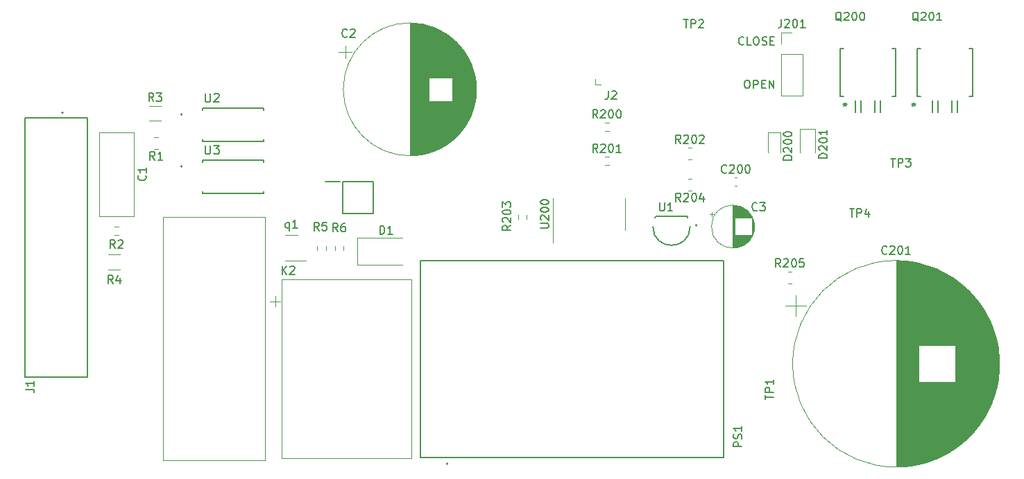
<source format=gto>
%TF.GenerationSoftware,KiCad,Pcbnew,7.0.0-1.fc36*%
%TF.CreationDate,2023-03-23T22:09:31-05:00*%
%TF.ProjectId,2275Mod,32323735-4d6f-4642-9e6b-696361645f70,rev?*%
%TF.SameCoordinates,Original*%
%TF.FileFunction,Legend,Top*%
%TF.FilePolarity,Positive*%
%FSLAX46Y46*%
G04 Gerber Fmt 4.6, Leading zero omitted, Abs format (unit mm)*
G04 Created by KiCad (PCBNEW 7.0.0-1.fc36) date 2023-03-23 22:09:31*
%MOMM*%
%LPD*%
G01*
G04 APERTURE LIST*
%ADD10C,0.150000*%
%ADD11C,0.120000*%
%ADD12C,0.127000*%
%ADD13C,0.200000*%
%ADD14C,0.152400*%
G04 APERTURE END LIST*
D10*
X190674571Y-80163980D02*
X190865047Y-80163980D01*
X190865047Y-80163980D02*
X190960285Y-80211600D01*
X190960285Y-80211600D02*
X191055523Y-80306838D01*
X191055523Y-80306838D02*
X191103142Y-80497314D01*
X191103142Y-80497314D02*
X191103142Y-80830647D01*
X191103142Y-80830647D02*
X191055523Y-81021123D01*
X191055523Y-81021123D02*
X190960285Y-81116361D01*
X190960285Y-81116361D02*
X190865047Y-81163980D01*
X190865047Y-81163980D02*
X190674571Y-81163980D01*
X190674571Y-81163980D02*
X190579333Y-81116361D01*
X190579333Y-81116361D02*
X190484095Y-81021123D01*
X190484095Y-81021123D02*
X190436476Y-80830647D01*
X190436476Y-80830647D02*
X190436476Y-80497314D01*
X190436476Y-80497314D02*
X190484095Y-80306838D01*
X190484095Y-80306838D02*
X190579333Y-80211600D01*
X190579333Y-80211600D02*
X190674571Y-80163980D01*
X191531714Y-81163980D02*
X191531714Y-80163980D01*
X191531714Y-80163980D02*
X191912666Y-80163980D01*
X191912666Y-80163980D02*
X192007904Y-80211600D01*
X192007904Y-80211600D02*
X192055523Y-80259219D01*
X192055523Y-80259219D02*
X192103142Y-80354457D01*
X192103142Y-80354457D02*
X192103142Y-80497314D01*
X192103142Y-80497314D02*
X192055523Y-80592552D01*
X192055523Y-80592552D02*
X192007904Y-80640171D01*
X192007904Y-80640171D02*
X191912666Y-80687790D01*
X191912666Y-80687790D02*
X191531714Y-80687790D01*
X192531714Y-80640171D02*
X192865047Y-80640171D01*
X193007904Y-81163980D02*
X192531714Y-81163980D01*
X192531714Y-81163980D02*
X192531714Y-80163980D01*
X192531714Y-80163980D02*
X193007904Y-80163980D01*
X193436476Y-81163980D02*
X193436476Y-80163980D01*
X193436476Y-80163980D02*
X194007904Y-81163980D01*
X194007904Y-81163980D02*
X194007904Y-80163980D01*
X190344323Y-75785542D02*
X190296704Y-75833161D01*
X190296704Y-75833161D02*
X190153847Y-75880780D01*
X190153847Y-75880780D02*
X190058609Y-75880780D01*
X190058609Y-75880780D02*
X189915752Y-75833161D01*
X189915752Y-75833161D02*
X189820514Y-75737923D01*
X189820514Y-75737923D02*
X189772895Y-75642685D01*
X189772895Y-75642685D02*
X189725276Y-75452209D01*
X189725276Y-75452209D02*
X189725276Y-75309352D01*
X189725276Y-75309352D02*
X189772895Y-75118876D01*
X189772895Y-75118876D02*
X189820514Y-75023638D01*
X189820514Y-75023638D02*
X189915752Y-74928400D01*
X189915752Y-74928400D02*
X190058609Y-74880780D01*
X190058609Y-74880780D02*
X190153847Y-74880780D01*
X190153847Y-74880780D02*
X190296704Y-74928400D01*
X190296704Y-74928400D02*
X190344323Y-74976019D01*
X191249085Y-75880780D02*
X190772895Y-75880780D01*
X190772895Y-75880780D02*
X190772895Y-74880780D01*
X191772895Y-74880780D02*
X191963371Y-74880780D01*
X191963371Y-74880780D02*
X192058609Y-74928400D01*
X192058609Y-74928400D02*
X192153847Y-75023638D01*
X192153847Y-75023638D02*
X192201466Y-75214114D01*
X192201466Y-75214114D02*
X192201466Y-75547447D01*
X192201466Y-75547447D02*
X192153847Y-75737923D01*
X192153847Y-75737923D02*
X192058609Y-75833161D01*
X192058609Y-75833161D02*
X191963371Y-75880780D01*
X191963371Y-75880780D02*
X191772895Y-75880780D01*
X191772895Y-75880780D02*
X191677657Y-75833161D01*
X191677657Y-75833161D02*
X191582419Y-75737923D01*
X191582419Y-75737923D02*
X191534800Y-75547447D01*
X191534800Y-75547447D02*
X191534800Y-75214114D01*
X191534800Y-75214114D02*
X191582419Y-75023638D01*
X191582419Y-75023638D02*
X191677657Y-74928400D01*
X191677657Y-74928400D02*
X191772895Y-74880780D01*
X192582419Y-75833161D02*
X192725276Y-75880780D01*
X192725276Y-75880780D02*
X192963371Y-75880780D01*
X192963371Y-75880780D02*
X193058609Y-75833161D01*
X193058609Y-75833161D02*
X193106228Y-75785542D01*
X193106228Y-75785542D02*
X193153847Y-75690304D01*
X193153847Y-75690304D02*
X193153847Y-75595066D01*
X193153847Y-75595066D02*
X193106228Y-75499828D01*
X193106228Y-75499828D02*
X193058609Y-75452209D01*
X193058609Y-75452209D02*
X192963371Y-75404590D01*
X192963371Y-75404590D02*
X192772895Y-75356971D01*
X192772895Y-75356971D02*
X192677657Y-75309352D01*
X192677657Y-75309352D02*
X192630038Y-75261733D01*
X192630038Y-75261733D02*
X192582419Y-75166495D01*
X192582419Y-75166495D02*
X192582419Y-75071257D01*
X192582419Y-75071257D02*
X192630038Y-74976019D01*
X192630038Y-74976019D02*
X192677657Y-74928400D01*
X192677657Y-74928400D02*
X192772895Y-74880780D01*
X192772895Y-74880780D02*
X193010990Y-74880780D01*
X193010990Y-74880780D02*
X193153847Y-74928400D01*
X193582419Y-75356971D02*
X193915752Y-75356971D01*
X194058609Y-75880780D02*
X193582419Y-75880780D01*
X193582419Y-75880780D02*
X193582419Y-74880780D01*
X193582419Y-74880780D02*
X194058609Y-74880780D01*
%TO.C,R202*%
X182649952Y-87871380D02*
X182316619Y-87395190D01*
X182078524Y-87871380D02*
X182078524Y-86871380D01*
X182078524Y-86871380D02*
X182459476Y-86871380D01*
X182459476Y-86871380D02*
X182554714Y-86919000D01*
X182554714Y-86919000D02*
X182602333Y-86966619D01*
X182602333Y-86966619D02*
X182649952Y-87061857D01*
X182649952Y-87061857D02*
X182649952Y-87204714D01*
X182649952Y-87204714D02*
X182602333Y-87299952D01*
X182602333Y-87299952D02*
X182554714Y-87347571D01*
X182554714Y-87347571D02*
X182459476Y-87395190D01*
X182459476Y-87395190D02*
X182078524Y-87395190D01*
X183030905Y-86966619D02*
X183078524Y-86919000D01*
X183078524Y-86919000D02*
X183173762Y-86871380D01*
X183173762Y-86871380D02*
X183411857Y-86871380D01*
X183411857Y-86871380D02*
X183507095Y-86919000D01*
X183507095Y-86919000D02*
X183554714Y-86966619D01*
X183554714Y-86966619D02*
X183602333Y-87061857D01*
X183602333Y-87061857D02*
X183602333Y-87157095D01*
X183602333Y-87157095D02*
X183554714Y-87299952D01*
X183554714Y-87299952D02*
X182983286Y-87871380D01*
X182983286Y-87871380D02*
X183602333Y-87871380D01*
X184221381Y-86871380D02*
X184316619Y-86871380D01*
X184316619Y-86871380D02*
X184411857Y-86919000D01*
X184411857Y-86919000D02*
X184459476Y-86966619D01*
X184459476Y-86966619D02*
X184507095Y-87061857D01*
X184507095Y-87061857D02*
X184554714Y-87252333D01*
X184554714Y-87252333D02*
X184554714Y-87490428D01*
X184554714Y-87490428D02*
X184507095Y-87680904D01*
X184507095Y-87680904D02*
X184459476Y-87776142D01*
X184459476Y-87776142D02*
X184411857Y-87823761D01*
X184411857Y-87823761D02*
X184316619Y-87871380D01*
X184316619Y-87871380D02*
X184221381Y-87871380D01*
X184221381Y-87871380D02*
X184126143Y-87823761D01*
X184126143Y-87823761D02*
X184078524Y-87776142D01*
X184078524Y-87776142D02*
X184030905Y-87680904D01*
X184030905Y-87680904D02*
X183983286Y-87490428D01*
X183983286Y-87490428D02*
X183983286Y-87252333D01*
X183983286Y-87252333D02*
X184030905Y-87061857D01*
X184030905Y-87061857D02*
X184078524Y-86966619D01*
X184078524Y-86966619D02*
X184126143Y-86919000D01*
X184126143Y-86919000D02*
X184221381Y-86871380D01*
X184935667Y-86966619D02*
X184983286Y-86919000D01*
X184983286Y-86919000D02*
X185078524Y-86871380D01*
X185078524Y-86871380D02*
X185316619Y-86871380D01*
X185316619Y-86871380D02*
X185411857Y-86919000D01*
X185411857Y-86919000D02*
X185459476Y-86966619D01*
X185459476Y-86966619D02*
X185507095Y-87061857D01*
X185507095Y-87061857D02*
X185507095Y-87157095D01*
X185507095Y-87157095D02*
X185459476Y-87299952D01*
X185459476Y-87299952D02*
X184888048Y-87871380D01*
X184888048Y-87871380D02*
X185507095Y-87871380D01*
%TO.C,R204*%
X182649952Y-94981380D02*
X182316619Y-94505190D01*
X182078524Y-94981380D02*
X182078524Y-93981380D01*
X182078524Y-93981380D02*
X182459476Y-93981380D01*
X182459476Y-93981380D02*
X182554714Y-94029000D01*
X182554714Y-94029000D02*
X182602333Y-94076619D01*
X182602333Y-94076619D02*
X182649952Y-94171857D01*
X182649952Y-94171857D02*
X182649952Y-94314714D01*
X182649952Y-94314714D02*
X182602333Y-94409952D01*
X182602333Y-94409952D02*
X182554714Y-94457571D01*
X182554714Y-94457571D02*
X182459476Y-94505190D01*
X182459476Y-94505190D02*
X182078524Y-94505190D01*
X183030905Y-94076619D02*
X183078524Y-94029000D01*
X183078524Y-94029000D02*
X183173762Y-93981380D01*
X183173762Y-93981380D02*
X183411857Y-93981380D01*
X183411857Y-93981380D02*
X183507095Y-94029000D01*
X183507095Y-94029000D02*
X183554714Y-94076619D01*
X183554714Y-94076619D02*
X183602333Y-94171857D01*
X183602333Y-94171857D02*
X183602333Y-94267095D01*
X183602333Y-94267095D02*
X183554714Y-94409952D01*
X183554714Y-94409952D02*
X182983286Y-94981380D01*
X182983286Y-94981380D02*
X183602333Y-94981380D01*
X184221381Y-93981380D02*
X184316619Y-93981380D01*
X184316619Y-93981380D02*
X184411857Y-94029000D01*
X184411857Y-94029000D02*
X184459476Y-94076619D01*
X184459476Y-94076619D02*
X184507095Y-94171857D01*
X184507095Y-94171857D02*
X184554714Y-94362333D01*
X184554714Y-94362333D02*
X184554714Y-94600428D01*
X184554714Y-94600428D02*
X184507095Y-94790904D01*
X184507095Y-94790904D02*
X184459476Y-94886142D01*
X184459476Y-94886142D02*
X184411857Y-94933761D01*
X184411857Y-94933761D02*
X184316619Y-94981380D01*
X184316619Y-94981380D02*
X184221381Y-94981380D01*
X184221381Y-94981380D02*
X184126143Y-94933761D01*
X184126143Y-94933761D02*
X184078524Y-94886142D01*
X184078524Y-94886142D02*
X184030905Y-94790904D01*
X184030905Y-94790904D02*
X183983286Y-94600428D01*
X183983286Y-94600428D02*
X183983286Y-94362333D01*
X183983286Y-94362333D02*
X184030905Y-94171857D01*
X184030905Y-94171857D02*
X184078524Y-94076619D01*
X184078524Y-94076619D02*
X184126143Y-94029000D01*
X184126143Y-94029000D02*
X184221381Y-93981380D01*
X185411857Y-94314714D02*
X185411857Y-94981380D01*
X185173762Y-93933761D02*
X184935667Y-94648047D01*
X184935667Y-94648047D02*
X185554714Y-94648047D01*
%TO.C,C2*%
X141946333Y-74821142D02*
X141898714Y-74868761D01*
X141898714Y-74868761D02*
X141755857Y-74916380D01*
X141755857Y-74916380D02*
X141660619Y-74916380D01*
X141660619Y-74916380D02*
X141517762Y-74868761D01*
X141517762Y-74868761D02*
X141422524Y-74773523D01*
X141422524Y-74773523D02*
X141374905Y-74678285D01*
X141374905Y-74678285D02*
X141327286Y-74487809D01*
X141327286Y-74487809D02*
X141327286Y-74344952D01*
X141327286Y-74344952D02*
X141374905Y-74154476D01*
X141374905Y-74154476D02*
X141422524Y-74059238D01*
X141422524Y-74059238D02*
X141517762Y-73964000D01*
X141517762Y-73964000D02*
X141660619Y-73916380D01*
X141660619Y-73916380D02*
X141755857Y-73916380D01*
X141755857Y-73916380D02*
X141898714Y-73964000D01*
X141898714Y-73964000D02*
X141946333Y-74011619D01*
X142327286Y-74011619D02*
X142374905Y-73964000D01*
X142374905Y-73964000D02*
X142470143Y-73916380D01*
X142470143Y-73916380D02*
X142708238Y-73916380D01*
X142708238Y-73916380D02*
X142803476Y-73964000D01*
X142803476Y-73964000D02*
X142851095Y-74011619D01*
X142851095Y-74011619D02*
X142898714Y-74106857D01*
X142898714Y-74106857D02*
X142898714Y-74202095D01*
X142898714Y-74202095D02*
X142851095Y-74344952D01*
X142851095Y-74344952D02*
X142279667Y-74916380D01*
X142279667Y-74916380D02*
X142898714Y-74916380D01*
%TO.C,C3*%
X191984333Y-96030142D02*
X191936714Y-96077761D01*
X191936714Y-96077761D02*
X191793857Y-96125380D01*
X191793857Y-96125380D02*
X191698619Y-96125380D01*
X191698619Y-96125380D02*
X191555762Y-96077761D01*
X191555762Y-96077761D02*
X191460524Y-95982523D01*
X191460524Y-95982523D02*
X191412905Y-95887285D01*
X191412905Y-95887285D02*
X191365286Y-95696809D01*
X191365286Y-95696809D02*
X191365286Y-95553952D01*
X191365286Y-95553952D02*
X191412905Y-95363476D01*
X191412905Y-95363476D02*
X191460524Y-95268238D01*
X191460524Y-95268238D02*
X191555762Y-95173000D01*
X191555762Y-95173000D02*
X191698619Y-95125380D01*
X191698619Y-95125380D02*
X191793857Y-95125380D01*
X191793857Y-95125380D02*
X191936714Y-95173000D01*
X191936714Y-95173000D02*
X191984333Y-95220619D01*
X192317667Y-95125380D02*
X192936714Y-95125380D01*
X192936714Y-95125380D02*
X192603381Y-95506333D01*
X192603381Y-95506333D02*
X192746238Y-95506333D01*
X192746238Y-95506333D02*
X192841476Y-95553952D01*
X192841476Y-95553952D02*
X192889095Y-95601571D01*
X192889095Y-95601571D02*
X192936714Y-95696809D01*
X192936714Y-95696809D02*
X192936714Y-95934904D01*
X192936714Y-95934904D02*
X192889095Y-96030142D01*
X192889095Y-96030142D02*
X192841476Y-96077761D01*
X192841476Y-96077761D02*
X192746238Y-96125380D01*
X192746238Y-96125380D02*
X192460524Y-96125380D01*
X192460524Y-96125380D02*
X192365286Y-96077761D01*
X192365286Y-96077761D02*
X192317667Y-96030142D01*
%TO.C,R201*%
X172513452Y-88980380D02*
X172180119Y-88504190D01*
X171942024Y-88980380D02*
X171942024Y-87980380D01*
X171942024Y-87980380D02*
X172322976Y-87980380D01*
X172322976Y-87980380D02*
X172418214Y-88028000D01*
X172418214Y-88028000D02*
X172465833Y-88075619D01*
X172465833Y-88075619D02*
X172513452Y-88170857D01*
X172513452Y-88170857D02*
X172513452Y-88313714D01*
X172513452Y-88313714D02*
X172465833Y-88408952D01*
X172465833Y-88408952D02*
X172418214Y-88456571D01*
X172418214Y-88456571D02*
X172322976Y-88504190D01*
X172322976Y-88504190D02*
X171942024Y-88504190D01*
X172894405Y-88075619D02*
X172942024Y-88028000D01*
X172942024Y-88028000D02*
X173037262Y-87980380D01*
X173037262Y-87980380D02*
X173275357Y-87980380D01*
X173275357Y-87980380D02*
X173370595Y-88028000D01*
X173370595Y-88028000D02*
X173418214Y-88075619D01*
X173418214Y-88075619D02*
X173465833Y-88170857D01*
X173465833Y-88170857D02*
X173465833Y-88266095D01*
X173465833Y-88266095D02*
X173418214Y-88408952D01*
X173418214Y-88408952D02*
X172846786Y-88980380D01*
X172846786Y-88980380D02*
X173465833Y-88980380D01*
X174084881Y-87980380D02*
X174180119Y-87980380D01*
X174180119Y-87980380D02*
X174275357Y-88028000D01*
X174275357Y-88028000D02*
X174322976Y-88075619D01*
X174322976Y-88075619D02*
X174370595Y-88170857D01*
X174370595Y-88170857D02*
X174418214Y-88361333D01*
X174418214Y-88361333D02*
X174418214Y-88599428D01*
X174418214Y-88599428D02*
X174370595Y-88789904D01*
X174370595Y-88789904D02*
X174322976Y-88885142D01*
X174322976Y-88885142D02*
X174275357Y-88932761D01*
X174275357Y-88932761D02*
X174180119Y-88980380D01*
X174180119Y-88980380D02*
X174084881Y-88980380D01*
X174084881Y-88980380D02*
X173989643Y-88932761D01*
X173989643Y-88932761D02*
X173942024Y-88885142D01*
X173942024Y-88885142D02*
X173894405Y-88789904D01*
X173894405Y-88789904D02*
X173846786Y-88599428D01*
X173846786Y-88599428D02*
X173846786Y-88361333D01*
X173846786Y-88361333D02*
X173894405Y-88170857D01*
X173894405Y-88170857D02*
X173942024Y-88075619D01*
X173942024Y-88075619D02*
X173989643Y-88028000D01*
X173989643Y-88028000D02*
X174084881Y-87980380D01*
X175370595Y-88980380D02*
X174799167Y-88980380D01*
X175084881Y-88980380D02*
X175084881Y-87980380D01*
X175084881Y-87980380D02*
X174989643Y-88123238D01*
X174989643Y-88123238D02*
X174894405Y-88218476D01*
X174894405Y-88218476D02*
X174799167Y-88266095D01*
%TO.C,R1*%
X118467333Y-89901380D02*
X118134000Y-89425190D01*
X117895905Y-89901380D02*
X117895905Y-88901380D01*
X117895905Y-88901380D02*
X118276857Y-88901380D01*
X118276857Y-88901380D02*
X118372095Y-88949000D01*
X118372095Y-88949000D02*
X118419714Y-88996619D01*
X118419714Y-88996619D02*
X118467333Y-89091857D01*
X118467333Y-89091857D02*
X118467333Y-89234714D01*
X118467333Y-89234714D02*
X118419714Y-89329952D01*
X118419714Y-89329952D02*
X118372095Y-89377571D01*
X118372095Y-89377571D02*
X118276857Y-89425190D01*
X118276857Y-89425190D02*
X117895905Y-89425190D01*
X119419714Y-89901380D02*
X118848286Y-89901380D01*
X119134000Y-89901380D02*
X119134000Y-88901380D01*
X119134000Y-88901380D02*
X119038762Y-89044238D01*
X119038762Y-89044238D02*
X118943524Y-89139476D01*
X118943524Y-89139476D02*
X118848286Y-89187095D01*
%TO.C,J201*%
X194929285Y-72729380D02*
X194929285Y-73443666D01*
X194929285Y-73443666D02*
X194881666Y-73586523D01*
X194881666Y-73586523D02*
X194786428Y-73681761D01*
X194786428Y-73681761D02*
X194643571Y-73729380D01*
X194643571Y-73729380D02*
X194548333Y-73729380D01*
X195357857Y-72824619D02*
X195405476Y-72777000D01*
X195405476Y-72777000D02*
X195500714Y-72729380D01*
X195500714Y-72729380D02*
X195738809Y-72729380D01*
X195738809Y-72729380D02*
X195834047Y-72777000D01*
X195834047Y-72777000D02*
X195881666Y-72824619D01*
X195881666Y-72824619D02*
X195929285Y-72919857D01*
X195929285Y-72919857D02*
X195929285Y-73015095D01*
X195929285Y-73015095D02*
X195881666Y-73157952D01*
X195881666Y-73157952D02*
X195310238Y-73729380D01*
X195310238Y-73729380D02*
X195929285Y-73729380D01*
X196548333Y-72729380D02*
X196643571Y-72729380D01*
X196643571Y-72729380D02*
X196738809Y-72777000D01*
X196738809Y-72777000D02*
X196786428Y-72824619D01*
X196786428Y-72824619D02*
X196834047Y-72919857D01*
X196834047Y-72919857D02*
X196881666Y-73110333D01*
X196881666Y-73110333D02*
X196881666Y-73348428D01*
X196881666Y-73348428D02*
X196834047Y-73538904D01*
X196834047Y-73538904D02*
X196786428Y-73634142D01*
X196786428Y-73634142D02*
X196738809Y-73681761D01*
X196738809Y-73681761D02*
X196643571Y-73729380D01*
X196643571Y-73729380D02*
X196548333Y-73729380D01*
X196548333Y-73729380D02*
X196453095Y-73681761D01*
X196453095Y-73681761D02*
X196405476Y-73634142D01*
X196405476Y-73634142D02*
X196357857Y-73538904D01*
X196357857Y-73538904D02*
X196310238Y-73348428D01*
X196310238Y-73348428D02*
X196310238Y-73110333D01*
X196310238Y-73110333D02*
X196357857Y-72919857D01*
X196357857Y-72919857D02*
X196405476Y-72824619D01*
X196405476Y-72824619D02*
X196453095Y-72777000D01*
X196453095Y-72777000D02*
X196548333Y-72729380D01*
X197834047Y-73729380D02*
X197262619Y-73729380D01*
X197548333Y-73729380D02*
X197548333Y-72729380D01*
X197548333Y-72729380D02*
X197453095Y-72872238D01*
X197453095Y-72872238D02*
X197357857Y-72967476D01*
X197357857Y-72967476D02*
X197262619Y-73015095D01*
%TO.C,q1*%
X134871595Y-97556714D02*
X134871595Y-98556714D01*
X134871595Y-98175761D02*
X134776357Y-98223380D01*
X134776357Y-98223380D02*
X134585881Y-98223380D01*
X134585881Y-98223380D02*
X134490643Y-98175761D01*
X134490643Y-98175761D02*
X134443024Y-98128142D01*
X134443024Y-98128142D02*
X134395405Y-98032904D01*
X134395405Y-98032904D02*
X134395405Y-97747190D01*
X134395405Y-97747190D02*
X134443024Y-97651952D01*
X134443024Y-97651952D02*
X134490643Y-97604333D01*
X134490643Y-97604333D02*
X134585881Y-97556714D01*
X134585881Y-97556714D02*
X134776357Y-97556714D01*
X134776357Y-97556714D02*
X134871595Y-97604333D01*
X135871595Y-98223380D02*
X135300167Y-98223380D01*
X135585881Y-98223380D02*
X135585881Y-97223380D01*
X135585881Y-97223380D02*
X135490643Y-97366238D01*
X135490643Y-97366238D02*
X135395405Y-97461476D01*
X135395405Y-97461476D02*
X135300167Y-97509095D01*
%TO.C,J2*%
X173809066Y-81493180D02*
X173809066Y-82207466D01*
X173809066Y-82207466D02*
X173761447Y-82350323D01*
X173761447Y-82350323D02*
X173666209Y-82445561D01*
X173666209Y-82445561D02*
X173523352Y-82493180D01*
X173523352Y-82493180D02*
X173428114Y-82493180D01*
X174237638Y-81588419D02*
X174285257Y-81540800D01*
X174285257Y-81540800D02*
X174380495Y-81493180D01*
X174380495Y-81493180D02*
X174618590Y-81493180D01*
X174618590Y-81493180D02*
X174713828Y-81540800D01*
X174713828Y-81540800D02*
X174761447Y-81588419D01*
X174761447Y-81588419D02*
X174809066Y-81683657D01*
X174809066Y-81683657D02*
X174809066Y-81778895D01*
X174809066Y-81778895D02*
X174761447Y-81921752D01*
X174761447Y-81921752D02*
X174190019Y-82493180D01*
X174190019Y-82493180D02*
X174809066Y-82493180D01*
%TO.C,PS1*%
X190105380Y-124912285D02*
X189105380Y-124912285D01*
X189105380Y-124912285D02*
X189105380Y-124531333D01*
X189105380Y-124531333D02*
X189153000Y-124436095D01*
X189153000Y-124436095D02*
X189200619Y-124388476D01*
X189200619Y-124388476D02*
X189295857Y-124340857D01*
X189295857Y-124340857D02*
X189438714Y-124340857D01*
X189438714Y-124340857D02*
X189533952Y-124388476D01*
X189533952Y-124388476D02*
X189581571Y-124436095D01*
X189581571Y-124436095D02*
X189629190Y-124531333D01*
X189629190Y-124531333D02*
X189629190Y-124912285D01*
X190057761Y-123959904D02*
X190105380Y-123817047D01*
X190105380Y-123817047D02*
X190105380Y-123578952D01*
X190105380Y-123578952D02*
X190057761Y-123483714D01*
X190057761Y-123483714D02*
X190010142Y-123436095D01*
X190010142Y-123436095D02*
X189914904Y-123388476D01*
X189914904Y-123388476D02*
X189819666Y-123388476D01*
X189819666Y-123388476D02*
X189724428Y-123436095D01*
X189724428Y-123436095D02*
X189676809Y-123483714D01*
X189676809Y-123483714D02*
X189629190Y-123578952D01*
X189629190Y-123578952D02*
X189581571Y-123769428D01*
X189581571Y-123769428D02*
X189533952Y-123864666D01*
X189533952Y-123864666D02*
X189486333Y-123912285D01*
X189486333Y-123912285D02*
X189391095Y-123959904D01*
X189391095Y-123959904D02*
X189295857Y-123959904D01*
X189295857Y-123959904D02*
X189200619Y-123912285D01*
X189200619Y-123912285D02*
X189153000Y-123864666D01*
X189153000Y-123864666D02*
X189105380Y-123769428D01*
X189105380Y-123769428D02*
X189105380Y-123531333D01*
X189105380Y-123531333D02*
X189153000Y-123388476D01*
X190105380Y-122436095D02*
X190105380Y-123007523D01*
X190105380Y-122721809D02*
X189105380Y-122721809D01*
X189105380Y-122721809D02*
X189248238Y-122817047D01*
X189248238Y-122817047D02*
X189343476Y-122912285D01*
X189343476Y-122912285D02*
X189391095Y-123007523D01*
%TO.C,D201*%
X200519380Y-89692475D02*
X199519380Y-89692475D01*
X199519380Y-89692475D02*
X199519380Y-89454380D01*
X199519380Y-89454380D02*
X199567000Y-89311523D01*
X199567000Y-89311523D02*
X199662238Y-89216285D01*
X199662238Y-89216285D02*
X199757476Y-89168666D01*
X199757476Y-89168666D02*
X199947952Y-89121047D01*
X199947952Y-89121047D02*
X200090809Y-89121047D01*
X200090809Y-89121047D02*
X200281285Y-89168666D01*
X200281285Y-89168666D02*
X200376523Y-89216285D01*
X200376523Y-89216285D02*
X200471761Y-89311523D01*
X200471761Y-89311523D02*
X200519380Y-89454380D01*
X200519380Y-89454380D02*
X200519380Y-89692475D01*
X199614619Y-88740094D02*
X199567000Y-88692475D01*
X199567000Y-88692475D02*
X199519380Y-88597237D01*
X199519380Y-88597237D02*
X199519380Y-88359142D01*
X199519380Y-88359142D02*
X199567000Y-88263904D01*
X199567000Y-88263904D02*
X199614619Y-88216285D01*
X199614619Y-88216285D02*
X199709857Y-88168666D01*
X199709857Y-88168666D02*
X199805095Y-88168666D01*
X199805095Y-88168666D02*
X199947952Y-88216285D01*
X199947952Y-88216285D02*
X200519380Y-88787713D01*
X200519380Y-88787713D02*
X200519380Y-88168666D01*
X199519380Y-87549618D02*
X199519380Y-87454380D01*
X199519380Y-87454380D02*
X199567000Y-87359142D01*
X199567000Y-87359142D02*
X199614619Y-87311523D01*
X199614619Y-87311523D02*
X199709857Y-87263904D01*
X199709857Y-87263904D02*
X199900333Y-87216285D01*
X199900333Y-87216285D02*
X200138428Y-87216285D01*
X200138428Y-87216285D02*
X200328904Y-87263904D01*
X200328904Y-87263904D02*
X200424142Y-87311523D01*
X200424142Y-87311523D02*
X200471761Y-87359142D01*
X200471761Y-87359142D02*
X200519380Y-87454380D01*
X200519380Y-87454380D02*
X200519380Y-87549618D01*
X200519380Y-87549618D02*
X200471761Y-87644856D01*
X200471761Y-87644856D02*
X200424142Y-87692475D01*
X200424142Y-87692475D02*
X200328904Y-87740094D01*
X200328904Y-87740094D02*
X200138428Y-87787713D01*
X200138428Y-87787713D02*
X199900333Y-87787713D01*
X199900333Y-87787713D02*
X199709857Y-87740094D01*
X199709857Y-87740094D02*
X199614619Y-87692475D01*
X199614619Y-87692475D02*
X199567000Y-87644856D01*
X199567000Y-87644856D02*
X199519380Y-87549618D01*
X200519380Y-86263904D02*
X200519380Y-86835332D01*
X200519380Y-86549618D02*
X199519380Y-86549618D01*
X199519380Y-86549618D02*
X199662238Y-86644856D01*
X199662238Y-86644856D02*
X199757476Y-86740094D01*
X199757476Y-86740094D02*
X199805095Y-86835332D01*
%TO.C,R5*%
X138517333Y-98538380D02*
X138184000Y-98062190D01*
X137945905Y-98538380D02*
X137945905Y-97538380D01*
X137945905Y-97538380D02*
X138326857Y-97538380D01*
X138326857Y-97538380D02*
X138422095Y-97586000D01*
X138422095Y-97586000D02*
X138469714Y-97633619D01*
X138469714Y-97633619D02*
X138517333Y-97728857D01*
X138517333Y-97728857D02*
X138517333Y-97871714D01*
X138517333Y-97871714D02*
X138469714Y-97966952D01*
X138469714Y-97966952D02*
X138422095Y-98014571D01*
X138422095Y-98014571D02*
X138326857Y-98062190D01*
X138326857Y-98062190D02*
X137945905Y-98062190D01*
X139422095Y-97538380D02*
X138945905Y-97538380D01*
X138945905Y-97538380D02*
X138898286Y-98014571D01*
X138898286Y-98014571D02*
X138945905Y-97966952D01*
X138945905Y-97966952D02*
X139041143Y-97919333D01*
X139041143Y-97919333D02*
X139279238Y-97919333D01*
X139279238Y-97919333D02*
X139374476Y-97966952D01*
X139374476Y-97966952D02*
X139422095Y-98014571D01*
X139422095Y-98014571D02*
X139469714Y-98109809D01*
X139469714Y-98109809D02*
X139469714Y-98347904D01*
X139469714Y-98347904D02*
X139422095Y-98443142D01*
X139422095Y-98443142D02*
X139374476Y-98490761D01*
X139374476Y-98490761D02*
X139279238Y-98538380D01*
X139279238Y-98538380D02*
X139041143Y-98538380D01*
X139041143Y-98538380D02*
X138945905Y-98490761D01*
X138945905Y-98490761D02*
X138898286Y-98443142D01*
%TO.C,R6*%
X140803333Y-98665380D02*
X140470000Y-98189190D01*
X140231905Y-98665380D02*
X140231905Y-97665380D01*
X140231905Y-97665380D02*
X140612857Y-97665380D01*
X140612857Y-97665380D02*
X140708095Y-97713000D01*
X140708095Y-97713000D02*
X140755714Y-97760619D01*
X140755714Y-97760619D02*
X140803333Y-97855857D01*
X140803333Y-97855857D02*
X140803333Y-97998714D01*
X140803333Y-97998714D02*
X140755714Y-98093952D01*
X140755714Y-98093952D02*
X140708095Y-98141571D01*
X140708095Y-98141571D02*
X140612857Y-98189190D01*
X140612857Y-98189190D02*
X140231905Y-98189190D01*
X141660476Y-97665380D02*
X141470000Y-97665380D01*
X141470000Y-97665380D02*
X141374762Y-97713000D01*
X141374762Y-97713000D02*
X141327143Y-97760619D01*
X141327143Y-97760619D02*
X141231905Y-97903476D01*
X141231905Y-97903476D02*
X141184286Y-98093952D01*
X141184286Y-98093952D02*
X141184286Y-98474904D01*
X141184286Y-98474904D02*
X141231905Y-98570142D01*
X141231905Y-98570142D02*
X141279524Y-98617761D01*
X141279524Y-98617761D02*
X141374762Y-98665380D01*
X141374762Y-98665380D02*
X141565238Y-98665380D01*
X141565238Y-98665380D02*
X141660476Y-98617761D01*
X141660476Y-98617761D02*
X141708095Y-98570142D01*
X141708095Y-98570142D02*
X141755714Y-98474904D01*
X141755714Y-98474904D02*
X141755714Y-98236809D01*
X141755714Y-98236809D02*
X141708095Y-98141571D01*
X141708095Y-98141571D02*
X141660476Y-98093952D01*
X141660476Y-98093952D02*
X141565238Y-98046333D01*
X141565238Y-98046333D02*
X141374762Y-98046333D01*
X141374762Y-98046333D02*
X141279524Y-98093952D01*
X141279524Y-98093952D02*
X141231905Y-98141571D01*
X141231905Y-98141571D02*
X141184286Y-98236809D01*
%TO.C,R2*%
X113625333Y-100697380D02*
X113292000Y-100221190D01*
X113053905Y-100697380D02*
X113053905Y-99697380D01*
X113053905Y-99697380D02*
X113434857Y-99697380D01*
X113434857Y-99697380D02*
X113530095Y-99745000D01*
X113530095Y-99745000D02*
X113577714Y-99792619D01*
X113577714Y-99792619D02*
X113625333Y-99887857D01*
X113625333Y-99887857D02*
X113625333Y-100030714D01*
X113625333Y-100030714D02*
X113577714Y-100125952D01*
X113577714Y-100125952D02*
X113530095Y-100173571D01*
X113530095Y-100173571D02*
X113434857Y-100221190D01*
X113434857Y-100221190D02*
X113053905Y-100221190D01*
X114006286Y-99792619D02*
X114053905Y-99745000D01*
X114053905Y-99745000D02*
X114149143Y-99697380D01*
X114149143Y-99697380D02*
X114387238Y-99697380D01*
X114387238Y-99697380D02*
X114482476Y-99745000D01*
X114482476Y-99745000D02*
X114530095Y-99792619D01*
X114530095Y-99792619D02*
X114577714Y-99887857D01*
X114577714Y-99887857D02*
X114577714Y-99983095D01*
X114577714Y-99983095D02*
X114530095Y-100125952D01*
X114530095Y-100125952D02*
X113958667Y-100697380D01*
X113958667Y-100697380D02*
X114577714Y-100697380D01*
%TO.C,TP3*%
X208288095Y-89740580D02*
X208859523Y-89740580D01*
X208573809Y-90740580D02*
X208573809Y-89740580D01*
X209192857Y-90740580D02*
X209192857Y-89740580D01*
X209192857Y-89740580D02*
X209573809Y-89740580D01*
X209573809Y-89740580D02*
X209669047Y-89788200D01*
X209669047Y-89788200D02*
X209716666Y-89835819D01*
X209716666Y-89835819D02*
X209764285Y-89931057D01*
X209764285Y-89931057D02*
X209764285Y-90073914D01*
X209764285Y-90073914D02*
X209716666Y-90169152D01*
X209716666Y-90169152D02*
X209669047Y-90216771D01*
X209669047Y-90216771D02*
X209573809Y-90264390D01*
X209573809Y-90264390D02*
X209192857Y-90264390D01*
X210097619Y-89740580D02*
X210716666Y-89740580D01*
X210716666Y-89740580D02*
X210383333Y-90121533D01*
X210383333Y-90121533D02*
X210526190Y-90121533D01*
X210526190Y-90121533D02*
X210621428Y-90169152D01*
X210621428Y-90169152D02*
X210669047Y-90216771D01*
X210669047Y-90216771D02*
X210716666Y-90312009D01*
X210716666Y-90312009D02*
X210716666Y-90550104D01*
X210716666Y-90550104D02*
X210669047Y-90645342D01*
X210669047Y-90645342D02*
X210621428Y-90692961D01*
X210621428Y-90692961D02*
X210526190Y-90740580D01*
X210526190Y-90740580D02*
X210240476Y-90740580D01*
X210240476Y-90740580D02*
X210145238Y-90692961D01*
X210145238Y-90692961D02*
X210097619Y-90645342D01*
%TO.C,TP1*%
X192966180Y-119168704D02*
X192966180Y-118597276D01*
X193966180Y-118882990D02*
X192966180Y-118882990D01*
X193966180Y-118263942D02*
X192966180Y-118263942D01*
X192966180Y-118263942D02*
X192966180Y-117882990D01*
X192966180Y-117882990D02*
X193013800Y-117787752D01*
X193013800Y-117787752D02*
X193061419Y-117740133D01*
X193061419Y-117740133D02*
X193156657Y-117692514D01*
X193156657Y-117692514D02*
X193299514Y-117692514D01*
X193299514Y-117692514D02*
X193394752Y-117740133D01*
X193394752Y-117740133D02*
X193442371Y-117787752D01*
X193442371Y-117787752D02*
X193489990Y-117882990D01*
X193489990Y-117882990D02*
X193489990Y-118263942D01*
X193966180Y-116740133D02*
X193966180Y-117311561D01*
X193966180Y-117025847D02*
X192966180Y-117025847D01*
X192966180Y-117025847D02*
X193109038Y-117121085D01*
X193109038Y-117121085D02*
X193204276Y-117216323D01*
X193204276Y-117216323D02*
X193251895Y-117311561D01*
%TO.C,C201*%
X207809582Y-101330142D02*
X207761963Y-101377761D01*
X207761963Y-101377761D02*
X207619106Y-101425380D01*
X207619106Y-101425380D02*
X207523868Y-101425380D01*
X207523868Y-101425380D02*
X207381011Y-101377761D01*
X207381011Y-101377761D02*
X207285773Y-101282523D01*
X207285773Y-101282523D02*
X207238154Y-101187285D01*
X207238154Y-101187285D02*
X207190535Y-100996809D01*
X207190535Y-100996809D02*
X207190535Y-100853952D01*
X207190535Y-100853952D02*
X207238154Y-100663476D01*
X207238154Y-100663476D02*
X207285773Y-100568238D01*
X207285773Y-100568238D02*
X207381011Y-100473000D01*
X207381011Y-100473000D02*
X207523868Y-100425380D01*
X207523868Y-100425380D02*
X207619106Y-100425380D01*
X207619106Y-100425380D02*
X207761963Y-100473000D01*
X207761963Y-100473000D02*
X207809582Y-100520619D01*
X208190535Y-100520619D02*
X208238154Y-100473000D01*
X208238154Y-100473000D02*
X208333392Y-100425380D01*
X208333392Y-100425380D02*
X208571487Y-100425380D01*
X208571487Y-100425380D02*
X208666725Y-100473000D01*
X208666725Y-100473000D02*
X208714344Y-100520619D01*
X208714344Y-100520619D02*
X208761963Y-100615857D01*
X208761963Y-100615857D02*
X208761963Y-100711095D01*
X208761963Y-100711095D02*
X208714344Y-100853952D01*
X208714344Y-100853952D02*
X208142916Y-101425380D01*
X208142916Y-101425380D02*
X208761963Y-101425380D01*
X209381011Y-100425380D02*
X209476249Y-100425380D01*
X209476249Y-100425380D02*
X209571487Y-100473000D01*
X209571487Y-100473000D02*
X209619106Y-100520619D01*
X209619106Y-100520619D02*
X209666725Y-100615857D01*
X209666725Y-100615857D02*
X209714344Y-100806333D01*
X209714344Y-100806333D02*
X209714344Y-101044428D01*
X209714344Y-101044428D02*
X209666725Y-101234904D01*
X209666725Y-101234904D02*
X209619106Y-101330142D01*
X209619106Y-101330142D02*
X209571487Y-101377761D01*
X209571487Y-101377761D02*
X209476249Y-101425380D01*
X209476249Y-101425380D02*
X209381011Y-101425380D01*
X209381011Y-101425380D02*
X209285773Y-101377761D01*
X209285773Y-101377761D02*
X209238154Y-101330142D01*
X209238154Y-101330142D02*
X209190535Y-101234904D01*
X209190535Y-101234904D02*
X209142916Y-101044428D01*
X209142916Y-101044428D02*
X209142916Y-100806333D01*
X209142916Y-100806333D02*
X209190535Y-100615857D01*
X209190535Y-100615857D02*
X209238154Y-100520619D01*
X209238154Y-100520619D02*
X209285773Y-100473000D01*
X209285773Y-100473000D02*
X209381011Y-100425380D01*
X210666725Y-101425380D02*
X210095297Y-101425380D01*
X210381011Y-101425380D02*
X210381011Y-100425380D01*
X210381011Y-100425380D02*
X210285773Y-100568238D01*
X210285773Y-100568238D02*
X210190535Y-100663476D01*
X210190535Y-100663476D02*
X210095297Y-100711095D01*
%TO.C,Q201*%
X211677380Y-72954219D02*
X211582142Y-72906600D01*
X211582142Y-72906600D02*
X211486904Y-72811361D01*
X211486904Y-72811361D02*
X211344047Y-72668504D01*
X211344047Y-72668504D02*
X211248809Y-72620885D01*
X211248809Y-72620885D02*
X211153571Y-72620885D01*
X211201190Y-72858980D02*
X211105952Y-72811361D01*
X211105952Y-72811361D02*
X211010714Y-72716123D01*
X211010714Y-72716123D02*
X210963095Y-72525647D01*
X210963095Y-72525647D02*
X210963095Y-72192314D01*
X210963095Y-72192314D02*
X211010714Y-72001838D01*
X211010714Y-72001838D02*
X211105952Y-71906600D01*
X211105952Y-71906600D02*
X211201190Y-71858980D01*
X211201190Y-71858980D02*
X211391666Y-71858980D01*
X211391666Y-71858980D02*
X211486904Y-71906600D01*
X211486904Y-71906600D02*
X211582142Y-72001838D01*
X211582142Y-72001838D02*
X211629761Y-72192314D01*
X211629761Y-72192314D02*
X211629761Y-72525647D01*
X211629761Y-72525647D02*
X211582142Y-72716123D01*
X211582142Y-72716123D02*
X211486904Y-72811361D01*
X211486904Y-72811361D02*
X211391666Y-72858980D01*
X211391666Y-72858980D02*
X211201190Y-72858980D01*
X212010714Y-71954219D02*
X212058333Y-71906600D01*
X212058333Y-71906600D02*
X212153571Y-71858980D01*
X212153571Y-71858980D02*
X212391666Y-71858980D01*
X212391666Y-71858980D02*
X212486904Y-71906600D01*
X212486904Y-71906600D02*
X212534523Y-71954219D01*
X212534523Y-71954219D02*
X212582142Y-72049457D01*
X212582142Y-72049457D02*
X212582142Y-72144695D01*
X212582142Y-72144695D02*
X212534523Y-72287552D01*
X212534523Y-72287552D02*
X211963095Y-72858980D01*
X211963095Y-72858980D02*
X212582142Y-72858980D01*
X213201190Y-71858980D02*
X213296428Y-71858980D01*
X213296428Y-71858980D02*
X213391666Y-71906600D01*
X213391666Y-71906600D02*
X213439285Y-71954219D01*
X213439285Y-71954219D02*
X213486904Y-72049457D01*
X213486904Y-72049457D02*
X213534523Y-72239933D01*
X213534523Y-72239933D02*
X213534523Y-72478028D01*
X213534523Y-72478028D02*
X213486904Y-72668504D01*
X213486904Y-72668504D02*
X213439285Y-72763742D01*
X213439285Y-72763742D02*
X213391666Y-72811361D01*
X213391666Y-72811361D02*
X213296428Y-72858980D01*
X213296428Y-72858980D02*
X213201190Y-72858980D01*
X213201190Y-72858980D02*
X213105952Y-72811361D01*
X213105952Y-72811361D02*
X213058333Y-72763742D01*
X213058333Y-72763742D02*
X213010714Y-72668504D01*
X213010714Y-72668504D02*
X212963095Y-72478028D01*
X212963095Y-72478028D02*
X212963095Y-72239933D01*
X212963095Y-72239933D02*
X213010714Y-72049457D01*
X213010714Y-72049457D02*
X213058333Y-71954219D01*
X213058333Y-71954219D02*
X213105952Y-71906600D01*
X213105952Y-71906600D02*
X213201190Y-71858980D01*
X214486904Y-72858980D02*
X213915476Y-72858980D01*
X214201190Y-72858980D02*
X214201190Y-71858980D01*
X214201190Y-71858980D02*
X214105952Y-72001838D01*
X214105952Y-72001838D02*
X214010714Y-72097076D01*
X214010714Y-72097076D02*
X213915476Y-72144695D01*
X211074000Y-82933380D02*
X211074000Y-83171476D01*
X210835905Y-83076238D02*
X211074000Y-83171476D01*
X211074000Y-83171476D02*
X211312095Y-83076238D01*
X210931143Y-83361952D02*
X211074000Y-83171476D01*
X211074000Y-83171476D02*
X211216857Y-83361952D01*
%TO.C,R3*%
X118324333Y-82748380D02*
X117991000Y-82272190D01*
X117752905Y-82748380D02*
X117752905Y-81748380D01*
X117752905Y-81748380D02*
X118133857Y-81748380D01*
X118133857Y-81748380D02*
X118229095Y-81796000D01*
X118229095Y-81796000D02*
X118276714Y-81843619D01*
X118276714Y-81843619D02*
X118324333Y-81938857D01*
X118324333Y-81938857D02*
X118324333Y-82081714D01*
X118324333Y-82081714D02*
X118276714Y-82176952D01*
X118276714Y-82176952D02*
X118229095Y-82224571D01*
X118229095Y-82224571D02*
X118133857Y-82272190D01*
X118133857Y-82272190D02*
X117752905Y-82272190D01*
X118657667Y-81748380D02*
X119276714Y-81748380D01*
X119276714Y-81748380D02*
X118943381Y-82129333D01*
X118943381Y-82129333D02*
X119086238Y-82129333D01*
X119086238Y-82129333D02*
X119181476Y-82176952D01*
X119181476Y-82176952D02*
X119229095Y-82224571D01*
X119229095Y-82224571D02*
X119276714Y-82319809D01*
X119276714Y-82319809D02*
X119276714Y-82557904D01*
X119276714Y-82557904D02*
X119229095Y-82653142D01*
X119229095Y-82653142D02*
X119181476Y-82700761D01*
X119181476Y-82700761D02*
X119086238Y-82748380D01*
X119086238Y-82748380D02*
X118800524Y-82748380D01*
X118800524Y-82748380D02*
X118705286Y-82700761D01*
X118705286Y-82700761D02*
X118657667Y-82653142D01*
%TO.C,R205*%
X194841952Y-102984380D02*
X194508619Y-102508190D01*
X194270524Y-102984380D02*
X194270524Y-101984380D01*
X194270524Y-101984380D02*
X194651476Y-101984380D01*
X194651476Y-101984380D02*
X194746714Y-102032000D01*
X194746714Y-102032000D02*
X194794333Y-102079619D01*
X194794333Y-102079619D02*
X194841952Y-102174857D01*
X194841952Y-102174857D02*
X194841952Y-102317714D01*
X194841952Y-102317714D02*
X194794333Y-102412952D01*
X194794333Y-102412952D02*
X194746714Y-102460571D01*
X194746714Y-102460571D02*
X194651476Y-102508190D01*
X194651476Y-102508190D02*
X194270524Y-102508190D01*
X195222905Y-102079619D02*
X195270524Y-102032000D01*
X195270524Y-102032000D02*
X195365762Y-101984380D01*
X195365762Y-101984380D02*
X195603857Y-101984380D01*
X195603857Y-101984380D02*
X195699095Y-102032000D01*
X195699095Y-102032000D02*
X195746714Y-102079619D01*
X195746714Y-102079619D02*
X195794333Y-102174857D01*
X195794333Y-102174857D02*
X195794333Y-102270095D01*
X195794333Y-102270095D02*
X195746714Y-102412952D01*
X195746714Y-102412952D02*
X195175286Y-102984380D01*
X195175286Y-102984380D02*
X195794333Y-102984380D01*
X196413381Y-101984380D02*
X196508619Y-101984380D01*
X196508619Y-101984380D02*
X196603857Y-102032000D01*
X196603857Y-102032000D02*
X196651476Y-102079619D01*
X196651476Y-102079619D02*
X196699095Y-102174857D01*
X196699095Y-102174857D02*
X196746714Y-102365333D01*
X196746714Y-102365333D02*
X196746714Y-102603428D01*
X196746714Y-102603428D02*
X196699095Y-102793904D01*
X196699095Y-102793904D02*
X196651476Y-102889142D01*
X196651476Y-102889142D02*
X196603857Y-102936761D01*
X196603857Y-102936761D02*
X196508619Y-102984380D01*
X196508619Y-102984380D02*
X196413381Y-102984380D01*
X196413381Y-102984380D02*
X196318143Y-102936761D01*
X196318143Y-102936761D02*
X196270524Y-102889142D01*
X196270524Y-102889142D02*
X196222905Y-102793904D01*
X196222905Y-102793904D02*
X196175286Y-102603428D01*
X196175286Y-102603428D02*
X196175286Y-102365333D01*
X196175286Y-102365333D02*
X196222905Y-102174857D01*
X196222905Y-102174857D02*
X196270524Y-102079619D01*
X196270524Y-102079619D02*
X196318143Y-102032000D01*
X196318143Y-102032000D02*
X196413381Y-101984380D01*
X197651476Y-101984380D02*
X197175286Y-101984380D01*
X197175286Y-101984380D02*
X197127667Y-102460571D01*
X197127667Y-102460571D02*
X197175286Y-102412952D01*
X197175286Y-102412952D02*
X197270524Y-102365333D01*
X197270524Y-102365333D02*
X197508619Y-102365333D01*
X197508619Y-102365333D02*
X197603857Y-102412952D01*
X197603857Y-102412952D02*
X197651476Y-102460571D01*
X197651476Y-102460571D02*
X197699095Y-102555809D01*
X197699095Y-102555809D02*
X197699095Y-102793904D01*
X197699095Y-102793904D02*
X197651476Y-102889142D01*
X197651476Y-102889142D02*
X197603857Y-102936761D01*
X197603857Y-102936761D02*
X197508619Y-102984380D01*
X197508619Y-102984380D02*
X197270524Y-102984380D01*
X197270524Y-102984380D02*
X197175286Y-102936761D01*
X197175286Y-102936761D02*
X197127667Y-102889142D01*
%TO.C,C200*%
X188237952Y-91425142D02*
X188190333Y-91472761D01*
X188190333Y-91472761D02*
X188047476Y-91520380D01*
X188047476Y-91520380D02*
X187952238Y-91520380D01*
X187952238Y-91520380D02*
X187809381Y-91472761D01*
X187809381Y-91472761D02*
X187714143Y-91377523D01*
X187714143Y-91377523D02*
X187666524Y-91282285D01*
X187666524Y-91282285D02*
X187618905Y-91091809D01*
X187618905Y-91091809D02*
X187618905Y-90948952D01*
X187618905Y-90948952D02*
X187666524Y-90758476D01*
X187666524Y-90758476D02*
X187714143Y-90663238D01*
X187714143Y-90663238D02*
X187809381Y-90568000D01*
X187809381Y-90568000D02*
X187952238Y-90520380D01*
X187952238Y-90520380D02*
X188047476Y-90520380D01*
X188047476Y-90520380D02*
X188190333Y-90568000D01*
X188190333Y-90568000D02*
X188237952Y-90615619D01*
X188618905Y-90615619D02*
X188666524Y-90568000D01*
X188666524Y-90568000D02*
X188761762Y-90520380D01*
X188761762Y-90520380D02*
X188999857Y-90520380D01*
X188999857Y-90520380D02*
X189095095Y-90568000D01*
X189095095Y-90568000D02*
X189142714Y-90615619D01*
X189142714Y-90615619D02*
X189190333Y-90710857D01*
X189190333Y-90710857D02*
X189190333Y-90806095D01*
X189190333Y-90806095D02*
X189142714Y-90948952D01*
X189142714Y-90948952D02*
X188571286Y-91520380D01*
X188571286Y-91520380D02*
X189190333Y-91520380D01*
X189809381Y-90520380D02*
X189904619Y-90520380D01*
X189904619Y-90520380D02*
X189999857Y-90568000D01*
X189999857Y-90568000D02*
X190047476Y-90615619D01*
X190047476Y-90615619D02*
X190095095Y-90710857D01*
X190095095Y-90710857D02*
X190142714Y-90901333D01*
X190142714Y-90901333D02*
X190142714Y-91139428D01*
X190142714Y-91139428D02*
X190095095Y-91329904D01*
X190095095Y-91329904D02*
X190047476Y-91425142D01*
X190047476Y-91425142D02*
X189999857Y-91472761D01*
X189999857Y-91472761D02*
X189904619Y-91520380D01*
X189904619Y-91520380D02*
X189809381Y-91520380D01*
X189809381Y-91520380D02*
X189714143Y-91472761D01*
X189714143Y-91472761D02*
X189666524Y-91425142D01*
X189666524Y-91425142D02*
X189618905Y-91329904D01*
X189618905Y-91329904D02*
X189571286Y-91139428D01*
X189571286Y-91139428D02*
X189571286Y-90901333D01*
X189571286Y-90901333D02*
X189618905Y-90710857D01*
X189618905Y-90710857D02*
X189666524Y-90615619D01*
X189666524Y-90615619D02*
X189714143Y-90568000D01*
X189714143Y-90568000D02*
X189809381Y-90520380D01*
X190761762Y-90520380D02*
X190857000Y-90520380D01*
X190857000Y-90520380D02*
X190952238Y-90568000D01*
X190952238Y-90568000D02*
X190999857Y-90615619D01*
X190999857Y-90615619D02*
X191047476Y-90710857D01*
X191047476Y-90710857D02*
X191095095Y-90901333D01*
X191095095Y-90901333D02*
X191095095Y-91139428D01*
X191095095Y-91139428D02*
X191047476Y-91329904D01*
X191047476Y-91329904D02*
X190999857Y-91425142D01*
X190999857Y-91425142D02*
X190952238Y-91472761D01*
X190952238Y-91472761D02*
X190857000Y-91520380D01*
X190857000Y-91520380D02*
X190761762Y-91520380D01*
X190761762Y-91520380D02*
X190666524Y-91472761D01*
X190666524Y-91472761D02*
X190618905Y-91425142D01*
X190618905Y-91425142D02*
X190571286Y-91329904D01*
X190571286Y-91329904D02*
X190523667Y-91139428D01*
X190523667Y-91139428D02*
X190523667Y-90901333D01*
X190523667Y-90901333D02*
X190571286Y-90710857D01*
X190571286Y-90710857D02*
X190618905Y-90615619D01*
X190618905Y-90615619D02*
X190666524Y-90568000D01*
X190666524Y-90568000D02*
X190761762Y-90520380D01*
%TO.C,TP4*%
X203258895Y-95887380D02*
X203830323Y-95887380D01*
X203544609Y-96887380D02*
X203544609Y-95887380D01*
X204163657Y-96887380D02*
X204163657Y-95887380D01*
X204163657Y-95887380D02*
X204544609Y-95887380D01*
X204544609Y-95887380D02*
X204639847Y-95935000D01*
X204639847Y-95935000D02*
X204687466Y-95982619D01*
X204687466Y-95982619D02*
X204735085Y-96077857D01*
X204735085Y-96077857D02*
X204735085Y-96220714D01*
X204735085Y-96220714D02*
X204687466Y-96315952D01*
X204687466Y-96315952D02*
X204639847Y-96363571D01*
X204639847Y-96363571D02*
X204544609Y-96411190D01*
X204544609Y-96411190D02*
X204163657Y-96411190D01*
X205592228Y-96220714D02*
X205592228Y-96887380D01*
X205354133Y-95839761D02*
X205116038Y-96554047D01*
X205116038Y-96554047D02*
X205735085Y-96554047D01*
%TO.C,U2*%
X124624071Y-81769612D02*
X124624071Y-82644037D01*
X124624071Y-82644037D02*
X124675507Y-82746911D01*
X124675507Y-82746911D02*
X124726944Y-82798348D01*
X124726944Y-82798348D02*
X124829818Y-82849785D01*
X124829818Y-82849785D02*
X125035565Y-82849785D01*
X125035565Y-82849785D02*
X125138439Y-82798348D01*
X125138439Y-82798348D02*
X125189875Y-82746911D01*
X125189875Y-82746911D02*
X125241312Y-82644037D01*
X125241312Y-82644037D02*
X125241312Y-81769612D01*
X125704244Y-81872485D02*
X125755681Y-81821049D01*
X125755681Y-81821049D02*
X125858554Y-81769612D01*
X125858554Y-81769612D02*
X126115738Y-81769612D01*
X126115738Y-81769612D02*
X126218612Y-81821049D01*
X126218612Y-81821049D02*
X126270049Y-81872485D01*
X126270049Y-81872485D02*
X126321485Y-81975359D01*
X126321485Y-81975359D02*
X126321485Y-82078233D01*
X126321485Y-82078233D02*
X126270049Y-82232543D01*
X126270049Y-82232543D02*
X125652807Y-82849785D01*
X125652807Y-82849785D02*
X126321485Y-82849785D01*
%TO.C,U3*%
X124624071Y-88119612D02*
X124624071Y-88994037D01*
X124624071Y-88994037D02*
X124675507Y-89096911D01*
X124675507Y-89096911D02*
X124726944Y-89148348D01*
X124726944Y-89148348D02*
X124829818Y-89199785D01*
X124829818Y-89199785D02*
X125035565Y-89199785D01*
X125035565Y-89199785D02*
X125138439Y-89148348D01*
X125138439Y-89148348D02*
X125189875Y-89096911D01*
X125189875Y-89096911D02*
X125241312Y-88994037D01*
X125241312Y-88994037D02*
X125241312Y-88119612D01*
X125652807Y-88119612D02*
X126321485Y-88119612D01*
X126321485Y-88119612D02*
X125961428Y-88531106D01*
X125961428Y-88531106D02*
X126115738Y-88531106D01*
X126115738Y-88531106D02*
X126218612Y-88582543D01*
X126218612Y-88582543D02*
X126270049Y-88633980D01*
X126270049Y-88633980D02*
X126321485Y-88736853D01*
X126321485Y-88736853D02*
X126321485Y-88994037D01*
X126321485Y-88994037D02*
X126270049Y-89096911D01*
X126270049Y-89096911D02*
X126218612Y-89148348D01*
X126218612Y-89148348D02*
X126115738Y-89199785D01*
X126115738Y-89199785D02*
X125807117Y-89199785D01*
X125807117Y-89199785D02*
X125704244Y-89148348D01*
X125704244Y-89148348D02*
X125652807Y-89096911D01*
%TO.C,U1*%
X180086095Y-95125380D02*
X180086095Y-95934904D01*
X180086095Y-95934904D02*
X180133714Y-96030142D01*
X180133714Y-96030142D02*
X180181333Y-96077761D01*
X180181333Y-96077761D02*
X180276571Y-96125380D01*
X180276571Y-96125380D02*
X180467047Y-96125380D01*
X180467047Y-96125380D02*
X180562285Y-96077761D01*
X180562285Y-96077761D02*
X180609904Y-96030142D01*
X180609904Y-96030142D02*
X180657523Y-95934904D01*
X180657523Y-95934904D02*
X180657523Y-95125380D01*
X181657523Y-96125380D02*
X181086095Y-96125380D01*
X181371809Y-96125380D02*
X181371809Y-95125380D01*
X181371809Y-95125380D02*
X181276571Y-95268238D01*
X181276571Y-95268238D02*
X181181333Y-95363476D01*
X181181333Y-95363476D02*
X181086095Y-95411095D01*
%TO.C,R200*%
X172513452Y-84789380D02*
X172180119Y-84313190D01*
X171942024Y-84789380D02*
X171942024Y-83789380D01*
X171942024Y-83789380D02*
X172322976Y-83789380D01*
X172322976Y-83789380D02*
X172418214Y-83837000D01*
X172418214Y-83837000D02*
X172465833Y-83884619D01*
X172465833Y-83884619D02*
X172513452Y-83979857D01*
X172513452Y-83979857D02*
X172513452Y-84122714D01*
X172513452Y-84122714D02*
X172465833Y-84217952D01*
X172465833Y-84217952D02*
X172418214Y-84265571D01*
X172418214Y-84265571D02*
X172322976Y-84313190D01*
X172322976Y-84313190D02*
X171942024Y-84313190D01*
X172894405Y-83884619D02*
X172942024Y-83837000D01*
X172942024Y-83837000D02*
X173037262Y-83789380D01*
X173037262Y-83789380D02*
X173275357Y-83789380D01*
X173275357Y-83789380D02*
X173370595Y-83837000D01*
X173370595Y-83837000D02*
X173418214Y-83884619D01*
X173418214Y-83884619D02*
X173465833Y-83979857D01*
X173465833Y-83979857D02*
X173465833Y-84075095D01*
X173465833Y-84075095D02*
X173418214Y-84217952D01*
X173418214Y-84217952D02*
X172846786Y-84789380D01*
X172846786Y-84789380D02*
X173465833Y-84789380D01*
X174084881Y-83789380D02*
X174180119Y-83789380D01*
X174180119Y-83789380D02*
X174275357Y-83837000D01*
X174275357Y-83837000D02*
X174322976Y-83884619D01*
X174322976Y-83884619D02*
X174370595Y-83979857D01*
X174370595Y-83979857D02*
X174418214Y-84170333D01*
X174418214Y-84170333D02*
X174418214Y-84408428D01*
X174418214Y-84408428D02*
X174370595Y-84598904D01*
X174370595Y-84598904D02*
X174322976Y-84694142D01*
X174322976Y-84694142D02*
X174275357Y-84741761D01*
X174275357Y-84741761D02*
X174180119Y-84789380D01*
X174180119Y-84789380D02*
X174084881Y-84789380D01*
X174084881Y-84789380D02*
X173989643Y-84741761D01*
X173989643Y-84741761D02*
X173942024Y-84694142D01*
X173942024Y-84694142D02*
X173894405Y-84598904D01*
X173894405Y-84598904D02*
X173846786Y-84408428D01*
X173846786Y-84408428D02*
X173846786Y-84170333D01*
X173846786Y-84170333D02*
X173894405Y-83979857D01*
X173894405Y-83979857D02*
X173942024Y-83884619D01*
X173942024Y-83884619D02*
X173989643Y-83837000D01*
X173989643Y-83837000D02*
X174084881Y-83789380D01*
X175037262Y-83789380D02*
X175132500Y-83789380D01*
X175132500Y-83789380D02*
X175227738Y-83837000D01*
X175227738Y-83837000D02*
X175275357Y-83884619D01*
X175275357Y-83884619D02*
X175322976Y-83979857D01*
X175322976Y-83979857D02*
X175370595Y-84170333D01*
X175370595Y-84170333D02*
X175370595Y-84408428D01*
X175370595Y-84408428D02*
X175322976Y-84598904D01*
X175322976Y-84598904D02*
X175275357Y-84694142D01*
X175275357Y-84694142D02*
X175227738Y-84741761D01*
X175227738Y-84741761D02*
X175132500Y-84789380D01*
X175132500Y-84789380D02*
X175037262Y-84789380D01*
X175037262Y-84789380D02*
X174942024Y-84741761D01*
X174942024Y-84741761D02*
X174894405Y-84694142D01*
X174894405Y-84694142D02*
X174846786Y-84598904D01*
X174846786Y-84598904D02*
X174799167Y-84408428D01*
X174799167Y-84408428D02*
X174799167Y-84170333D01*
X174799167Y-84170333D02*
X174846786Y-83979857D01*
X174846786Y-83979857D02*
X174894405Y-83884619D01*
X174894405Y-83884619D02*
X174942024Y-83837000D01*
X174942024Y-83837000D02*
X175037262Y-83789380D01*
%TO.C,U200*%
X165537380Y-98234285D02*
X166346904Y-98234285D01*
X166346904Y-98234285D02*
X166442142Y-98186666D01*
X166442142Y-98186666D02*
X166489761Y-98139047D01*
X166489761Y-98139047D02*
X166537380Y-98043809D01*
X166537380Y-98043809D02*
X166537380Y-97853333D01*
X166537380Y-97853333D02*
X166489761Y-97758095D01*
X166489761Y-97758095D02*
X166442142Y-97710476D01*
X166442142Y-97710476D02*
X166346904Y-97662857D01*
X166346904Y-97662857D02*
X165537380Y-97662857D01*
X165632619Y-97234285D02*
X165585000Y-97186666D01*
X165585000Y-97186666D02*
X165537380Y-97091428D01*
X165537380Y-97091428D02*
X165537380Y-96853333D01*
X165537380Y-96853333D02*
X165585000Y-96758095D01*
X165585000Y-96758095D02*
X165632619Y-96710476D01*
X165632619Y-96710476D02*
X165727857Y-96662857D01*
X165727857Y-96662857D02*
X165823095Y-96662857D01*
X165823095Y-96662857D02*
X165965952Y-96710476D01*
X165965952Y-96710476D02*
X166537380Y-97281904D01*
X166537380Y-97281904D02*
X166537380Y-96662857D01*
X165537380Y-96043809D02*
X165537380Y-95948571D01*
X165537380Y-95948571D02*
X165585000Y-95853333D01*
X165585000Y-95853333D02*
X165632619Y-95805714D01*
X165632619Y-95805714D02*
X165727857Y-95758095D01*
X165727857Y-95758095D02*
X165918333Y-95710476D01*
X165918333Y-95710476D02*
X166156428Y-95710476D01*
X166156428Y-95710476D02*
X166346904Y-95758095D01*
X166346904Y-95758095D02*
X166442142Y-95805714D01*
X166442142Y-95805714D02*
X166489761Y-95853333D01*
X166489761Y-95853333D02*
X166537380Y-95948571D01*
X166537380Y-95948571D02*
X166537380Y-96043809D01*
X166537380Y-96043809D02*
X166489761Y-96139047D01*
X166489761Y-96139047D02*
X166442142Y-96186666D01*
X166442142Y-96186666D02*
X166346904Y-96234285D01*
X166346904Y-96234285D02*
X166156428Y-96281904D01*
X166156428Y-96281904D02*
X165918333Y-96281904D01*
X165918333Y-96281904D02*
X165727857Y-96234285D01*
X165727857Y-96234285D02*
X165632619Y-96186666D01*
X165632619Y-96186666D02*
X165585000Y-96139047D01*
X165585000Y-96139047D02*
X165537380Y-96043809D01*
X165537380Y-95091428D02*
X165537380Y-94996190D01*
X165537380Y-94996190D02*
X165585000Y-94900952D01*
X165585000Y-94900952D02*
X165632619Y-94853333D01*
X165632619Y-94853333D02*
X165727857Y-94805714D01*
X165727857Y-94805714D02*
X165918333Y-94758095D01*
X165918333Y-94758095D02*
X166156428Y-94758095D01*
X166156428Y-94758095D02*
X166346904Y-94805714D01*
X166346904Y-94805714D02*
X166442142Y-94853333D01*
X166442142Y-94853333D02*
X166489761Y-94900952D01*
X166489761Y-94900952D02*
X166537380Y-94996190D01*
X166537380Y-94996190D02*
X166537380Y-95091428D01*
X166537380Y-95091428D02*
X166489761Y-95186666D01*
X166489761Y-95186666D02*
X166442142Y-95234285D01*
X166442142Y-95234285D02*
X166346904Y-95281904D01*
X166346904Y-95281904D02*
X166156428Y-95329523D01*
X166156428Y-95329523D02*
X165918333Y-95329523D01*
X165918333Y-95329523D02*
X165727857Y-95281904D01*
X165727857Y-95281904D02*
X165632619Y-95234285D01*
X165632619Y-95234285D02*
X165585000Y-95186666D01*
X165585000Y-95186666D02*
X165537380Y-95091428D01*
%TO.C,Q200*%
X202279380Y-72954219D02*
X202184142Y-72906600D01*
X202184142Y-72906600D02*
X202088904Y-72811361D01*
X202088904Y-72811361D02*
X201946047Y-72668504D01*
X201946047Y-72668504D02*
X201850809Y-72620885D01*
X201850809Y-72620885D02*
X201755571Y-72620885D01*
X201803190Y-72858980D02*
X201707952Y-72811361D01*
X201707952Y-72811361D02*
X201612714Y-72716123D01*
X201612714Y-72716123D02*
X201565095Y-72525647D01*
X201565095Y-72525647D02*
X201565095Y-72192314D01*
X201565095Y-72192314D02*
X201612714Y-72001838D01*
X201612714Y-72001838D02*
X201707952Y-71906600D01*
X201707952Y-71906600D02*
X201803190Y-71858980D01*
X201803190Y-71858980D02*
X201993666Y-71858980D01*
X201993666Y-71858980D02*
X202088904Y-71906600D01*
X202088904Y-71906600D02*
X202184142Y-72001838D01*
X202184142Y-72001838D02*
X202231761Y-72192314D01*
X202231761Y-72192314D02*
X202231761Y-72525647D01*
X202231761Y-72525647D02*
X202184142Y-72716123D01*
X202184142Y-72716123D02*
X202088904Y-72811361D01*
X202088904Y-72811361D02*
X201993666Y-72858980D01*
X201993666Y-72858980D02*
X201803190Y-72858980D01*
X202612714Y-71954219D02*
X202660333Y-71906600D01*
X202660333Y-71906600D02*
X202755571Y-71858980D01*
X202755571Y-71858980D02*
X202993666Y-71858980D01*
X202993666Y-71858980D02*
X203088904Y-71906600D01*
X203088904Y-71906600D02*
X203136523Y-71954219D01*
X203136523Y-71954219D02*
X203184142Y-72049457D01*
X203184142Y-72049457D02*
X203184142Y-72144695D01*
X203184142Y-72144695D02*
X203136523Y-72287552D01*
X203136523Y-72287552D02*
X202565095Y-72858980D01*
X202565095Y-72858980D02*
X203184142Y-72858980D01*
X203803190Y-71858980D02*
X203898428Y-71858980D01*
X203898428Y-71858980D02*
X203993666Y-71906600D01*
X203993666Y-71906600D02*
X204041285Y-71954219D01*
X204041285Y-71954219D02*
X204088904Y-72049457D01*
X204088904Y-72049457D02*
X204136523Y-72239933D01*
X204136523Y-72239933D02*
X204136523Y-72478028D01*
X204136523Y-72478028D02*
X204088904Y-72668504D01*
X204088904Y-72668504D02*
X204041285Y-72763742D01*
X204041285Y-72763742D02*
X203993666Y-72811361D01*
X203993666Y-72811361D02*
X203898428Y-72858980D01*
X203898428Y-72858980D02*
X203803190Y-72858980D01*
X203803190Y-72858980D02*
X203707952Y-72811361D01*
X203707952Y-72811361D02*
X203660333Y-72763742D01*
X203660333Y-72763742D02*
X203612714Y-72668504D01*
X203612714Y-72668504D02*
X203565095Y-72478028D01*
X203565095Y-72478028D02*
X203565095Y-72239933D01*
X203565095Y-72239933D02*
X203612714Y-72049457D01*
X203612714Y-72049457D02*
X203660333Y-71954219D01*
X203660333Y-71954219D02*
X203707952Y-71906600D01*
X203707952Y-71906600D02*
X203803190Y-71858980D01*
X204755571Y-71858980D02*
X204850809Y-71858980D01*
X204850809Y-71858980D02*
X204946047Y-71906600D01*
X204946047Y-71906600D02*
X204993666Y-71954219D01*
X204993666Y-71954219D02*
X205041285Y-72049457D01*
X205041285Y-72049457D02*
X205088904Y-72239933D01*
X205088904Y-72239933D02*
X205088904Y-72478028D01*
X205088904Y-72478028D02*
X205041285Y-72668504D01*
X205041285Y-72668504D02*
X204993666Y-72763742D01*
X204993666Y-72763742D02*
X204946047Y-72811361D01*
X204946047Y-72811361D02*
X204850809Y-72858980D01*
X204850809Y-72858980D02*
X204755571Y-72858980D01*
X204755571Y-72858980D02*
X204660333Y-72811361D01*
X204660333Y-72811361D02*
X204612714Y-72763742D01*
X204612714Y-72763742D02*
X204565095Y-72668504D01*
X204565095Y-72668504D02*
X204517476Y-72478028D01*
X204517476Y-72478028D02*
X204517476Y-72239933D01*
X204517476Y-72239933D02*
X204565095Y-72049457D01*
X204565095Y-72049457D02*
X204612714Y-71954219D01*
X204612714Y-71954219D02*
X204660333Y-71906600D01*
X204660333Y-71906600D02*
X204755571Y-71858980D01*
X202692000Y-82933380D02*
X202692000Y-83171476D01*
X202453905Y-83076238D02*
X202692000Y-83171476D01*
X202692000Y-83171476D02*
X202930095Y-83076238D01*
X202549143Y-83361952D02*
X202692000Y-83171476D01*
X202692000Y-83171476D02*
X202834857Y-83361952D01*
%TO.C,D1*%
X145946905Y-98959380D02*
X145946905Y-97959380D01*
X145946905Y-97959380D02*
X146185000Y-97959380D01*
X146185000Y-97959380D02*
X146327857Y-98007000D01*
X146327857Y-98007000D02*
X146423095Y-98102238D01*
X146423095Y-98102238D02*
X146470714Y-98197476D01*
X146470714Y-98197476D02*
X146518333Y-98387952D01*
X146518333Y-98387952D02*
X146518333Y-98530809D01*
X146518333Y-98530809D02*
X146470714Y-98721285D01*
X146470714Y-98721285D02*
X146423095Y-98816523D01*
X146423095Y-98816523D02*
X146327857Y-98911761D01*
X146327857Y-98911761D02*
X146185000Y-98959380D01*
X146185000Y-98959380D02*
X145946905Y-98959380D01*
X147470714Y-98959380D02*
X146899286Y-98959380D01*
X147185000Y-98959380D02*
X147185000Y-97959380D01*
X147185000Y-97959380D02*
X147089762Y-98102238D01*
X147089762Y-98102238D02*
X146994524Y-98197476D01*
X146994524Y-98197476D02*
X146899286Y-98245095D01*
%TO.C,K2*%
X134008905Y-103872380D02*
X134008905Y-102872380D01*
X134580333Y-103872380D02*
X134151762Y-103300952D01*
X134580333Y-102872380D02*
X134008905Y-103443809D01*
X134961286Y-102967619D02*
X135008905Y-102920000D01*
X135008905Y-102920000D02*
X135104143Y-102872380D01*
X135104143Y-102872380D02*
X135342238Y-102872380D01*
X135342238Y-102872380D02*
X135437476Y-102920000D01*
X135437476Y-102920000D02*
X135485095Y-102967619D01*
X135485095Y-102967619D02*
X135532714Y-103062857D01*
X135532714Y-103062857D02*
X135532714Y-103158095D01*
X135532714Y-103158095D02*
X135485095Y-103300952D01*
X135485095Y-103300952D02*
X134913667Y-103872380D01*
X134913667Y-103872380D02*
X135532714Y-103872380D01*
%TO.C,R203*%
X161911380Y-97893047D02*
X161435190Y-98226380D01*
X161911380Y-98464475D02*
X160911380Y-98464475D01*
X160911380Y-98464475D02*
X160911380Y-98083523D01*
X160911380Y-98083523D02*
X160959000Y-97988285D01*
X160959000Y-97988285D02*
X161006619Y-97940666D01*
X161006619Y-97940666D02*
X161101857Y-97893047D01*
X161101857Y-97893047D02*
X161244714Y-97893047D01*
X161244714Y-97893047D02*
X161339952Y-97940666D01*
X161339952Y-97940666D02*
X161387571Y-97988285D01*
X161387571Y-97988285D02*
X161435190Y-98083523D01*
X161435190Y-98083523D02*
X161435190Y-98464475D01*
X161006619Y-97512094D02*
X160959000Y-97464475D01*
X160959000Y-97464475D02*
X160911380Y-97369237D01*
X160911380Y-97369237D02*
X160911380Y-97131142D01*
X160911380Y-97131142D02*
X160959000Y-97035904D01*
X160959000Y-97035904D02*
X161006619Y-96988285D01*
X161006619Y-96988285D02*
X161101857Y-96940666D01*
X161101857Y-96940666D02*
X161197095Y-96940666D01*
X161197095Y-96940666D02*
X161339952Y-96988285D01*
X161339952Y-96988285D02*
X161911380Y-97559713D01*
X161911380Y-97559713D02*
X161911380Y-96940666D01*
X160911380Y-96321618D02*
X160911380Y-96226380D01*
X160911380Y-96226380D02*
X160959000Y-96131142D01*
X160959000Y-96131142D02*
X161006619Y-96083523D01*
X161006619Y-96083523D02*
X161101857Y-96035904D01*
X161101857Y-96035904D02*
X161292333Y-95988285D01*
X161292333Y-95988285D02*
X161530428Y-95988285D01*
X161530428Y-95988285D02*
X161720904Y-96035904D01*
X161720904Y-96035904D02*
X161816142Y-96083523D01*
X161816142Y-96083523D02*
X161863761Y-96131142D01*
X161863761Y-96131142D02*
X161911380Y-96226380D01*
X161911380Y-96226380D02*
X161911380Y-96321618D01*
X161911380Y-96321618D02*
X161863761Y-96416856D01*
X161863761Y-96416856D02*
X161816142Y-96464475D01*
X161816142Y-96464475D02*
X161720904Y-96512094D01*
X161720904Y-96512094D02*
X161530428Y-96559713D01*
X161530428Y-96559713D02*
X161292333Y-96559713D01*
X161292333Y-96559713D02*
X161101857Y-96512094D01*
X161101857Y-96512094D02*
X161006619Y-96464475D01*
X161006619Y-96464475D02*
X160959000Y-96416856D01*
X160959000Y-96416856D02*
X160911380Y-96321618D01*
X160911380Y-95654951D02*
X160911380Y-95035904D01*
X160911380Y-95035904D02*
X161292333Y-95369237D01*
X161292333Y-95369237D02*
X161292333Y-95226380D01*
X161292333Y-95226380D02*
X161339952Y-95131142D01*
X161339952Y-95131142D02*
X161387571Y-95083523D01*
X161387571Y-95083523D02*
X161482809Y-95035904D01*
X161482809Y-95035904D02*
X161720904Y-95035904D01*
X161720904Y-95035904D02*
X161816142Y-95083523D01*
X161816142Y-95083523D02*
X161863761Y-95131142D01*
X161863761Y-95131142D02*
X161911380Y-95226380D01*
X161911380Y-95226380D02*
X161911380Y-95512094D01*
X161911380Y-95512094D02*
X161863761Y-95607332D01*
X161863761Y-95607332D02*
X161816142Y-95654951D01*
%TO.C,C1*%
X117314142Y-91800666D02*
X117361761Y-91848285D01*
X117361761Y-91848285D02*
X117409380Y-91991142D01*
X117409380Y-91991142D02*
X117409380Y-92086380D01*
X117409380Y-92086380D02*
X117361761Y-92229237D01*
X117361761Y-92229237D02*
X117266523Y-92324475D01*
X117266523Y-92324475D02*
X117171285Y-92372094D01*
X117171285Y-92372094D02*
X116980809Y-92419713D01*
X116980809Y-92419713D02*
X116837952Y-92419713D01*
X116837952Y-92419713D02*
X116647476Y-92372094D01*
X116647476Y-92372094D02*
X116552238Y-92324475D01*
X116552238Y-92324475D02*
X116457000Y-92229237D01*
X116457000Y-92229237D02*
X116409380Y-92086380D01*
X116409380Y-92086380D02*
X116409380Y-91991142D01*
X116409380Y-91991142D02*
X116457000Y-91848285D01*
X116457000Y-91848285D02*
X116504619Y-91800666D01*
X117409380Y-90848285D02*
X117409380Y-91419713D01*
X117409380Y-91133999D02*
X116409380Y-91133999D01*
X116409380Y-91133999D02*
X116552238Y-91229237D01*
X116552238Y-91229237D02*
X116647476Y-91324475D01*
X116647476Y-91324475D02*
X116695095Y-91419713D01*
%TO.C,R4*%
X113371333Y-105015380D02*
X113038000Y-104539190D01*
X112799905Y-105015380D02*
X112799905Y-104015380D01*
X112799905Y-104015380D02*
X113180857Y-104015380D01*
X113180857Y-104015380D02*
X113276095Y-104063000D01*
X113276095Y-104063000D02*
X113323714Y-104110619D01*
X113323714Y-104110619D02*
X113371333Y-104205857D01*
X113371333Y-104205857D02*
X113371333Y-104348714D01*
X113371333Y-104348714D02*
X113323714Y-104443952D01*
X113323714Y-104443952D02*
X113276095Y-104491571D01*
X113276095Y-104491571D02*
X113180857Y-104539190D01*
X113180857Y-104539190D02*
X112799905Y-104539190D01*
X114228476Y-104348714D02*
X114228476Y-105015380D01*
X113990381Y-103967761D02*
X113752286Y-104682047D01*
X113752286Y-104682047D02*
X114371333Y-104682047D01*
%TO.C,TP2*%
X182989695Y-72773380D02*
X183561123Y-72773380D01*
X183275409Y-73773380D02*
X183275409Y-72773380D01*
X183894457Y-73773380D02*
X183894457Y-72773380D01*
X183894457Y-72773380D02*
X184275409Y-72773380D01*
X184275409Y-72773380D02*
X184370647Y-72821000D01*
X184370647Y-72821000D02*
X184418266Y-72868619D01*
X184418266Y-72868619D02*
X184465885Y-72963857D01*
X184465885Y-72963857D02*
X184465885Y-73106714D01*
X184465885Y-73106714D02*
X184418266Y-73201952D01*
X184418266Y-73201952D02*
X184370647Y-73249571D01*
X184370647Y-73249571D02*
X184275409Y-73297190D01*
X184275409Y-73297190D02*
X183894457Y-73297190D01*
X184846838Y-72868619D02*
X184894457Y-72821000D01*
X184894457Y-72821000D02*
X184989695Y-72773380D01*
X184989695Y-72773380D02*
X185227790Y-72773380D01*
X185227790Y-72773380D02*
X185323028Y-72821000D01*
X185323028Y-72821000D02*
X185370647Y-72868619D01*
X185370647Y-72868619D02*
X185418266Y-72963857D01*
X185418266Y-72963857D02*
X185418266Y-73059095D01*
X185418266Y-73059095D02*
X185370647Y-73201952D01*
X185370647Y-73201952D02*
X184799219Y-73773380D01*
X184799219Y-73773380D02*
X185418266Y-73773380D01*
%TO.C,J1*%
X102745380Y-117935333D02*
X103459666Y-117935333D01*
X103459666Y-117935333D02*
X103602523Y-117982952D01*
X103602523Y-117982952D02*
X103697761Y-118078190D01*
X103697761Y-118078190D02*
X103745380Y-118221047D01*
X103745380Y-118221047D02*
X103745380Y-118316285D01*
X103745380Y-116935333D02*
X103745380Y-117506761D01*
X103745380Y-117221047D02*
X102745380Y-117221047D01*
X102745380Y-117221047D02*
X102888238Y-117316285D01*
X102888238Y-117316285D02*
X102983476Y-117411523D01*
X102983476Y-117411523D02*
X103031095Y-117506761D01*
%TO.C,D200*%
X196201380Y-89892475D02*
X195201380Y-89892475D01*
X195201380Y-89892475D02*
X195201380Y-89654380D01*
X195201380Y-89654380D02*
X195249000Y-89511523D01*
X195249000Y-89511523D02*
X195344238Y-89416285D01*
X195344238Y-89416285D02*
X195439476Y-89368666D01*
X195439476Y-89368666D02*
X195629952Y-89321047D01*
X195629952Y-89321047D02*
X195772809Y-89321047D01*
X195772809Y-89321047D02*
X195963285Y-89368666D01*
X195963285Y-89368666D02*
X196058523Y-89416285D01*
X196058523Y-89416285D02*
X196153761Y-89511523D01*
X196153761Y-89511523D02*
X196201380Y-89654380D01*
X196201380Y-89654380D02*
X196201380Y-89892475D01*
X195296619Y-88940094D02*
X195249000Y-88892475D01*
X195249000Y-88892475D02*
X195201380Y-88797237D01*
X195201380Y-88797237D02*
X195201380Y-88559142D01*
X195201380Y-88559142D02*
X195249000Y-88463904D01*
X195249000Y-88463904D02*
X195296619Y-88416285D01*
X195296619Y-88416285D02*
X195391857Y-88368666D01*
X195391857Y-88368666D02*
X195487095Y-88368666D01*
X195487095Y-88368666D02*
X195629952Y-88416285D01*
X195629952Y-88416285D02*
X196201380Y-88987713D01*
X196201380Y-88987713D02*
X196201380Y-88368666D01*
X195201380Y-87749618D02*
X195201380Y-87654380D01*
X195201380Y-87654380D02*
X195249000Y-87559142D01*
X195249000Y-87559142D02*
X195296619Y-87511523D01*
X195296619Y-87511523D02*
X195391857Y-87463904D01*
X195391857Y-87463904D02*
X195582333Y-87416285D01*
X195582333Y-87416285D02*
X195820428Y-87416285D01*
X195820428Y-87416285D02*
X196010904Y-87463904D01*
X196010904Y-87463904D02*
X196106142Y-87511523D01*
X196106142Y-87511523D02*
X196153761Y-87559142D01*
X196153761Y-87559142D02*
X196201380Y-87654380D01*
X196201380Y-87654380D02*
X196201380Y-87749618D01*
X196201380Y-87749618D02*
X196153761Y-87844856D01*
X196153761Y-87844856D02*
X196106142Y-87892475D01*
X196106142Y-87892475D02*
X196010904Y-87940094D01*
X196010904Y-87940094D02*
X195820428Y-87987713D01*
X195820428Y-87987713D02*
X195582333Y-87987713D01*
X195582333Y-87987713D02*
X195391857Y-87940094D01*
X195391857Y-87940094D02*
X195296619Y-87892475D01*
X195296619Y-87892475D02*
X195249000Y-87844856D01*
X195249000Y-87844856D02*
X195201380Y-87749618D01*
X195201380Y-86797237D02*
X195201380Y-86701999D01*
X195201380Y-86701999D02*
X195249000Y-86606761D01*
X195249000Y-86606761D02*
X195296619Y-86559142D01*
X195296619Y-86559142D02*
X195391857Y-86511523D01*
X195391857Y-86511523D02*
X195582333Y-86463904D01*
X195582333Y-86463904D02*
X195820428Y-86463904D01*
X195820428Y-86463904D02*
X196010904Y-86511523D01*
X196010904Y-86511523D02*
X196106142Y-86559142D01*
X196106142Y-86559142D02*
X196153761Y-86606761D01*
X196153761Y-86606761D02*
X196201380Y-86701999D01*
X196201380Y-86701999D02*
X196201380Y-86797237D01*
X196201380Y-86797237D02*
X196153761Y-86892475D01*
X196153761Y-86892475D02*
X196106142Y-86940094D01*
X196106142Y-86940094D02*
X196010904Y-86987713D01*
X196010904Y-86987713D02*
X195820428Y-87035332D01*
X195820428Y-87035332D02*
X195582333Y-87035332D01*
X195582333Y-87035332D02*
X195391857Y-86987713D01*
X195391857Y-86987713D02*
X195296619Y-86940094D01*
X195296619Y-86940094D02*
X195249000Y-86892475D01*
X195249000Y-86892475D02*
X195201380Y-86797237D01*
D11*
%TO.C,R202*%
X183541936Y-88419000D02*
X183996064Y-88419000D01*
X183541936Y-89889000D02*
X183996064Y-89889000D01*
%TO.C,R204*%
X183996064Y-93699000D02*
X183541936Y-93699000D01*
X183996064Y-92229000D02*
X183541936Y-92229000D01*
%TO.C,C2*%
X140899755Y-76725000D02*
X142499755Y-76725000D01*
X141699755Y-75925000D02*
X141699755Y-77525000D01*
X149589246Y-73199000D02*
X149589246Y-89361000D01*
X149629246Y-73200000D02*
X149629246Y-89360000D01*
X149669246Y-73200000D02*
X149669246Y-89360000D01*
X149709246Y-73200000D02*
X149709246Y-89360000D01*
X149749246Y-73201000D02*
X149749246Y-89359000D01*
X149789246Y-73202000D02*
X149789246Y-89358000D01*
X149829246Y-73203000D02*
X149829246Y-89357000D01*
X149869246Y-73204000D02*
X149869246Y-89356000D01*
X149909246Y-73206000D02*
X149909246Y-89354000D01*
X149949246Y-73207000D02*
X149949246Y-89353000D01*
X149989246Y-73209000D02*
X149989246Y-89351000D01*
X150029246Y-73211000D02*
X150029246Y-89349000D01*
X150069246Y-73214000D02*
X150069246Y-89346000D01*
X150109246Y-73216000D02*
X150109246Y-89344000D01*
X150149246Y-73219000D02*
X150149246Y-89341000D01*
X150189246Y-73222000D02*
X150189246Y-89338000D01*
X150229246Y-73225000D02*
X150229246Y-89335000D01*
X150269246Y-73228000D02*
X150269246Y-89332000D01*
X150310246Y-73231000D02*
X150310246Y-89329000D01*
X150350246Y-73235000D02*
X150350246Y-89325000D01*
X150390246Y-73239000D02*
X150390246Y-89321000D01*
X150430246Y-73243000D02*
X150430246Y-89317000D01*
X150470246Y-73247000D02*
X150470246Y-89313000D01*
X150510246Y-73252000D02*
X150510246Y-89308000D01*
X150550246Y-73256000D02*
X150550246Y-89304000D01*
X150590246Y-73261000D02*
X150590246Y-89299000D01*
X150630246Y-73266000D02*
X150630246Y-89294000D01*
X150670246Y-73272000D02*
X150670246Y-89288000D01*
X150710246Y-73277000D02*
X150710246Y-89283000D01*
X150750246Y-73283000D02*
X150750246Y-89277000D01*
X150790246Y-73289000D02*
X150790246Y-89271000D01*
X150830246Y-73295000D02*
X150830246Y-89265000D01*
X150870246Y-73301000D02*
X150870246Y-89259000D01*
X150910246Y-73308000D02*
X150910246Y-89252000D01*
X150950246Y-73314000D02*
X150950246Y-89246000D01*
X150990246Y-73321000D02*
X150990246Y-89239000D01*
X151030246Y-73328000D02*
X151030246Y-89232000D01*
X151070246Y-73336000D02*
X151070246Y-89224000D01*
X151110246Y-73343000D02*
X151110246Y-89217000D01*
X151150246Y-73351000D02*
X151150246Y-89209000D01*
X151190246Y-73359000D02*
X151190246Y-89201000D01*
X151230246Y-73367000D02*
X151230246Y-89193000D01*
X151270246Y-73375000D02*
X151270246Y-89185000D01*
X151310246Y-73384000D02*
X151310246Y-89176000D01*
X151350246Y-73393000D02*
X151350246Y-89167000D01*
X151390246Y-73402000D02*
X151390246Y-89158000D01*
X151430246Y-73411000D02*
X151430246Y-89149000D01*
X151470246Y-73420000D02*
X151470246Y-89140000D01*
X151510246Y-73430000D02*
X151510246Y-89130000D01*
X151550246Y-73440000D02*
X151550246Y-89120000D01*
X151590246Y-73450000D02*
X151590246Y-89110000D01*
X151630246Y-73460000D02*
X151630246Y-89100000D01*
X151670246Y-73470000D02*
X151670246Y-89090000D01*
X151710246Y-73481000D02*
X151710246Y-89079000D01*
X151750246Y-73492000D02*
X151750246Y-89068000D01*
X151790246Y-73503000D02*
X151790246Y-89057000D01*
X151830246Y-73515000D02*
X151830246Y-89045000D01*
X151870246Y-73526000D02*
X151870246Y-89034000D01*
X151910246Y-73538000D02*
X151910246Y-79840000D01*
X151910246Y-82720000D02*
X151910246Y-89022000D01*
X151950246Y-73550000D02*
X151950246Y-79840000D01*
X151950246Y-82720000D02*
X151950246Y-89010000D01*
X151990246Y-73562000D02*
X151990246Y-79840000D01*
X151990246Y-82720000D02*
X151990246Y-88998000D01*
X152030246Y-73575000D02*
X152030246Y-79840000D01*
X152030246Y-82720000D02*
X152030246Y-88985000D01*
X152070246Y-73587000D02*
X152070246Y-79840000D01*
X152070246Y-82720000D02*
X152070246Y-88973000D01*
X152110246Y-73600000D02*
X152110246Y-79840000D01*
X152110246Y-82720000D02*
X152110246Y-88960000D01*
X152150246Y-73614000D02*
X152150246Y-79840000D01*
X152150246Y-82720000D02*
X152150246Y-88946000D01*
X152190246Y-73627000D02*
X152190246Y-79840000D01*
X152190246Y-82720000D02*
X152190246Y-88933000D01*
X152230246Y-73641000D02*
X152230246Y-79840000D01*
X152230246Y-82720000D02*
X152230246Y-88919000D01*
X152270246Y-73655000D02*
X152270246Y-79840000D01*
X152270246Y-82720000D02*
X152270246Y-88905000D01*
X152310246Y-73669000D02*
X152310246Y-79840000D01*
X152310246Y-82720000D02*
X152310246Y-88891000D01*
X152350246Y-73683000D02*
X152350246Y-79840000D01*
X152350246Y-82720000D02*
X152350246Y-88877000D01*
X152390246Y-73698000D02*
X152390246Y-79840000D01*
X152390246Y-82720000D02*
X152390246Y-88862000D01*
X152430246Y-73712000D02*
X152430246Y-79840000D01*
X152430246Y-82720000D02*
X152430246Y-88848000D01*
X152470246Y-73727000D02*
X152470246Y-79840000D01*
X152470246Y-82720000D02*
X152470246Y-88833000D01*
X152510246Y-73743000D02*
X152510246Y-79840000D01*
X152510246Y-82720000D02*
X152510246Y-88817000D01*
X152550246Y-73758000D02*
X152550246Y-79840000D01*
X152550246Y-82720000D02*
X152550246Y-88802000D01*
X152590246Y-73774000D02*
X152590246Y-79840000D01*
X152590246Y-82720000D02*
X152590246Y-88786000D01*
X152630246Y-73790000D02*
X152630246Y-79840000D01*
X152630246Y-82720000D02*
X152630246Y-88770000D01*
X152670246Y-73806000D02*
X152670246Y-79840000D01*
X152670246Y-82720000D02*
X152670246Y-88754000D01*
X152710246Y-73823000D02*
X152710246Y-79840000D01*
X152710246Y-82720000D02*
X152710246Y-88737000D01*
X152750246Y-73840000D02*
X152750246Y-79840000D01*
X152750246Y-82720000D02*
X152750246Y-88720000D01*
X152790246Y-73857000D02*
X152790246Y-79840000D01*
X152790246Y-82720000D02*
X152790246Y-88703000D01*
X152830246Y-73874000D02*
X152830246Y-79840000D01*
X152830246Y-82720000D02*
X152830246Y-88686000D01*
X152870246Y-73891000D02*
X152870246Y-79840000D01*
X152870246Y-82720000D02*
X152870246Y-88669000D01*
X152910246Y-73909000D02*
X152910246Y-79840000D01*
X152910246Y-82720000D02*
X152910246Y-88651000D01*
X152950246Y-73927000D02*
X152950246Y-79840000D01*
X152950246Y-82720000D02*
X152950246Y-88633000D01*
X152990246Y-73946000D02*
X152990246Y-79840000D01*
X152990246Y-82720000D02*
X152990246Y-88614000D01*
X153030246Y-73964000D02*
X153030246Y-79840000D01*
X153030246Y-82720000D02*
X153030246Y-88596000D01*
X153070246Y-73983000D02*
X153070246Y-79840000D01*
X153070246Y-82720000D02*
X153070246Y-88577000D01*
X153110246Y-74002000D02*
X153110246Y-79840000D01*
X153110246Y-82720000D02*
X153110246Y-88558000D01*
X153150246Y-74022000D02*
X153150246Y-79840000D01*
X153150246Y-82720000D02*
X153150246Y-88538000D01*
X153190246Y-74041000D02*
X153190246Y-79840000D01*
X153190246Y-82720000D02*
X153190246Y-88519000D01*
X153230246Y-74061000D02*
X153230246Y-79840000D01*
X153230246Y-82720000D02*
X153230246Y-88499000D01*
X153270246Y-74081000D02*
X153270246Y-79840000D01*
X153270246Y-82720000D02*
X153270246Y-88479000D01*
X153310246Y-74102000D02*
X153310246Y-79840000D01*
X153310246Y-82720000D02*
X153310246Y-88458000D01*
X153350246Y-74123000D02*
X153350246Y-79840000D01*
X153350246Y-82720000D02*
X153350246Y-88437000D01*
X153390246Y-74144000D02*
X153390246Y-79840000D01*
X153390246Y-82720000D02*
X153390246Y-88416000D01*
X153430246Y-74165000D02*
X153430246Y-79840000D01*
X153430246Y-82720000D02*
X153430246Y-88395000D01*
X153470246Y-74186000D02*
X153470246Y-79840000D01*
X153470246Y-82720000D02*
X153470246Y-88374000D01*
X153510246Y-74208000D02*
X153510246Y-79840000D01*
X153510246Y-82720000D02*
X153510246Y-88352000D01*
X153550246Y-74231000D02*
X153550246Y-79840000D01*
X153550246Y-82720000D02*
X153550246Y-88329000D01*
X153590246Y-74253000D02*
X153590246Y-79840000D01*
X153590246Y-82720000D02*
X153590246Y-88307000D01*
X153630246Y-74276000D02*
X153630246Y-79840000D01*
X153630246Y-82720000D02*
X153630246Y-88284000D01*
X153670246Y-74299000D02*
X153670246Y-79840000D01*
X153670246Y-82720000D02*
X153670246Y-88261000D01*
X153710246Y-74322000D02*
X153710246Y-79840000D01*
X153710246Y-82720000D02*
X153710246Y-88238000D01*
X153750246Y-74346000D02*
X153750246Y-79840000D01*
X153750246Y-82720000D02*
X153750246Y-88214000D01*
X153790246Y-74370000D02*
X153790246Y-79840000D01*
X153790246Y-82720000D02*
X153790246Y-88190000D01*
X153830246Y-74394000D02*
X153830246Y-79840000D01*
X153830246Y-82720000D02*
X153830246Y-88166000D01*
X153870246Y-74419000D02*
X153870246Y-79840000D01*
X153870246Y-82720000D02*
X153870246Y-88141000D01*
X153910246Y-74444000D02*
X153910246Y-79840000D01*
X153910246Y-82720000D02*
X153910246Y-88116000D01*
X153950246Y-74469000D02*
X153950246Y-79840000D01*
X153950246Y-82720000D02*
X153950246Y-88091000D01*
X153990246Y-74495000D02*
X153990246Y-79840000D01*
X153990246Y-82720000D02*
X153990246Y-88065000D01*
X154030246Y-74521000D02*
X154030246Y-79840000D01*
X154030246Y-82720000D02*
X154030246Y-88039000D01*
X154070246Y-74547000D02*
X154070246Y-79840000D01*
X154070246Y-82720000D02*
X154070246Y-88013000D01*
X154110246Y-74574000D02*
X154110246Y-79840000D01*
X154110246Y-82720000D02*
X154110246Y-87986000D01*
X154150246Y-74601000D02*
X154150246Y-79840000D01*
X154150246Y-82720000D02*
X154150246Y-87959000D01*
X154190246Y-74628000D02*
X154190246Y-79840000D01*
X154190246Y-82720000D02*
X154190246Y-87932000D01*
X154230246Y-74656000D02*
X154230246Y-79840000D01*
X154230246Y-82720000D02*
X154230246Y-87904000D01*
X154270246Y-74684000D02*
X154270246Y-79840000D01*
X154270246Y-82720000D02*
X154270246Y-87876000D01*
X154310246Y-74712000D02*
X154310246Y-79840000D01*
X154310246Y-82720000D02*
X154310246Y-87848000D01*
X154350246Y-74741000D02*
X154350246Y-79840000D01*
X154350246Y-82720000D02*
X154350246Y-87819000D01*
X154390246Y-74770000D02*
X154390246Y-79840000D01*
X154390246Y-82720000D02*
X154390246Y-87790000D01*
X154430246Y-74800000D02*
X154430246Y-79840000D01*
X154430246Y-82720000D02*
X154430246Y-87760000D01*
X154470246Y-74830000D02*
X154470246Y-79840000D01*
X154470246Y-82720000D02*
X154470246Y-87730000D01*
X154510246Y-74860000D02*
X154510246Y-79840000D01*
X154510246Y-82720000D02*
X154510246Y-87700000D01*
X154550246Y-74890000D02*
X154550246Y-79840000D01*
X154550246Y-82720000D02*
X154550246Y-87670000D01*
X154590246Y-74922000D02*
X154590246Y-79840000D01*
X154590246Y-82720000D02*
X154590246Y-87638000D01*
X154630246Y-74953000D02*
X154630246Y-79840000D01*
X154630246Y-82720000D02*
X154630246Y-87607000D01*
X154670246Y-74985000D02*
X154670246Y-79840000D01*
X154670246Y-82720000D02*
X154670246Y-87575000D01*
X154710246Y-75017000D02*
X154710246Y-79840000D01*
X154710246Y-82720000D02*
X154710246Y-87543000D01*
X154750246Y-75050000D02*
X154750246Y-79840000D01*
X154750246Y-82720000D02*
X154750246Y-87510000D01*
X154790246Y-75083000D02*
X154790246Y-87477000D01*
X154830246Y-75117000D02*
X154830246Y-87443000D01*
X154870246Y-75151000D02*
X154870246Y-87409000D01*
X154910246Y-75185000D02*
X154910246Y-87375000D01*
X154950246Y-75220000D02*
X154950246Y-87340000D01*
X154990246Y-75255000D02*
X154990246Y-87305000D01*
X155030246Y-75291000D02*
X155030246Y-87269000D01*
X155070246Y-75328000D02*
X155070246Y-87232000D01*
X155110246Y-75364000D02*
X155110246Y-87196000D01*
X155150246Y-75402000D02*
X155150246Y-87158000D01*
X155190246Y-75440000D02*
X155190246Y-87120000D01*
X155230246Y-75478000D02*
X155230246Y-87082000D01*
X155270246Y-75517000D02*
X155270246Y-87043000D01*
X155310246Y-75556000D02*
X155310246Y-87004000D01*
X155350246Y-75596000D02*
X155350246Y-86964000D01*
X155390246Y-75637000D02*
X155390246Y-86923000D01*
X155430246Y-75678000D02*
X155430246Y-86882000D01*
X155470246Y-75720000D02*
X155470246Y-86840000D01*
X155510246Y-75762000D02*
X155510246Y-86798000D01*
X155550246Y-75805000D02*
X155550246Y-86755000D01*
X155590246Y-75848000D02*
X155590246Y-86712000D01*
X155630246Y-75892000D02*
X155630246Y-86668000D01*
X155670246Y-75937000D02*
X155670246Y-86623000D01*
X155710246Y-75983000D02*
X155710246Y-86577000D01*
X155750246Y-76029000D02*
X155750246Y-86531000D01*
X155790246Y-76076000D02*
X155790246Y-86484000D01*
X155830246Y-76124000D02*
X155830246Y-86436000D01*
X155870246Y-76172000D02*
X155870246Y-86388000D01*
X155910246Y-76221000D02*
X155910246Y-86339000D01*
X155950246Y-76271000D02*
X155950246Y-86289000D01*
X155990246Y-76322000D02*
X155990246Y-86238000D01*
X156030246Y-76374000D02*
X156030246Y-86186000D01*
X156070246Y-76426000D02*
X156070246Y-86134000D01*
X156110246Y-76480000D02*
X156110246Y-86080000D01*
X156150246Y-76534000D02*
X156150246Y-86026000D01*
X156190246Y-76589000D02*
X156190246Y-85971000D01*
X156230246Y-76646000D02*
X156230246Y-85914000D01*
X156270246Y-76703000D02*
X156270246Y-85857000D01*
X156310246Y-76761000D02*
X156310246Y-85799000D01*
X156350246Y-76821000D02*
X156350246Y-85739000D01*
X156390246Y-76882000D02*
X156390246Y-85678000D01*
X156430246Y-76944000D02*
X156430246Y-85616000D01*
X156470246Y-77007000D02*
X156470246Y-85553000D01*
X156510246Y-77071000D02*
X156510246Y-85489000D01*
X156550246Y-77137000D02*
X156550246Y-85423000D01*
X156590246Y-77204000D02*
X156590246Y-85356000D01*
X156630246Y-77273000D02*
X156630246Y-85287000D01*
X156670246Y-77344000D02*
X156670246Y-85216000D01*
X156710246Y-77416000D02*
X156710246Y-85144000D01*
X156750246Y-77490000D02*
X156750246Y-85070000D01*
X156790246Y-77565000D02*
X156790246Y-84995000D01*
X156830246Y-77643000D02*
X156830246Y-84917000D01*
X156870246Y-77723000D02*
X156870246Y-84837000D01*
X156910246Y-77805000D02*
X156910246Y-84755000D01*
X156950246Y-77890000D02*
X156950246Y-84670000D01*
X156990246Y-77977000D02*
X156990246Y-84583000D01*
X157030246Y-78067000D02*
X157030246Y-84493000D01*
X157070246Y-78160000D02*
X157070246Y-84400000D01*
X157110246Y-78256000D02*
X157110246Y-84304000D01*
X157150246Y-78356000D02*
X157150246Y-84204000D01*
X157190246Y-78460000D02*
X157190246Y-84100000D01*
X157230246Y-78569000D02*
X157230246Y-83991000D01*
X157270246Y-78683000D02*
X157270246Y-83877000D01*
X157310246Y-78802000D02*
X157310246Y-83758000D01*
X157350246Y-78929000D02*
X157350246Y-83631000D01*
X157390246Y-79062000D02*
X157390246Y-83498000D01*
X157430246Y-79206000D02*
X157430246Y-83354000D01*
X157470246Y-79360000D02*
X157470246Y-83200000D01*
X157510246Y-79528000D02*
X157510246Y-83032000D01*
X157550246Y-79716000D02*
X157550246Y-82844000D01*
X157590246Y-79929000D02*
X157590246Y-82631000D01*
X157630246Y-80182000D02*
X157630246Y-82378000D01*
X157670246Y-80515000D02*
X157670246Y-82045000D01*
X157709246Y-81280000D02*
G75*
G03*
X157709246Y-81280000I-8120000J0D01*
G01*
%TO.C,C3*%
X186216113Y-96569000D02*
X186716113Y-96569000D01*
X186466113Y-96319000D02*
X186466113Y-96819000D01*
X189020888Y-95464000D02*
X189020888Y-100624000D01*
X189060888Y-95464000D02*
X189060888Y-100624000D01*
X189100888Y-95465000D02*
X189100888Y-100623000D01*
X189140888Y-95466000D02*
X189140888Y-100622000D01*
X189180888Y-95468000D02*
X189180888Y-100620000D01*
X189220888Y-95471000D02*
X189220888Y-100617000D01*
X189260888Y-95475000D02*
X189260888Y-97004000D01*
X189260888Y-99084000D02*
X189260888Y-100613000D01*
X189300888Y-95479000D02*
X189300888Y-97004000D01*
X189300888Y-99084000D02*
X189300888Y-100609000D01*
X189340888Y-95483000D02*
X189340888Y-97004000D01*
X189340888Y-99084000D02*
X189340888Y-100605000D01*
X189380888Y-95488000D02*
X189380888Y-97004000D01*
X189380888Y-99084000D02*
X189380888Y-100600000D01*
X189420888Y-95494000D02*
X189420888Y-97004000D01*
X189420888Y-99084000D02*
X189420888Y-100594000D01*
X189460888Y-95501000D02*
X189460888Y-97004000D01*
X189460888Y-99084000D02*
X189460888Y-100587000D01*
X189500888Y-95508000D02*
X189500888Y-97004000D01*
X189500888Y-99084000D02*
X189500888Y-100580000D01*
X189540888Y-95516000D02*
X189540888Y-97004000D01*
X189540888Y-99084000D02*
X189540888Y-100572000D01*
X189580888Y-95524000D02*
X189580888Y-97004000D01*
X189580888Y-99084000D02*
X189580888Y-100564000D01*
X189620888Y-95533000D02*
X189620888Y-97004000D01*
X189620888Y-99084000D02*
X189620888Y-100555000D01*
X189660888Y-95543000D02*
X189660888Y-97004000D01*
X189660888Y-99084000D02*
X189660888Y-100545000D01*
X189700888Y-95553000D02*
X189700888Y-97004000D01*
X189700888Y-99084000D02*
X189700888Y-100535000D01*
X189741888Y-95564000D02*
X189741888Y-97004000D01*
X189741888Y-99084000D02*
X189741888Y-100524000D01*
X189781888Y-95576000D02*
X189781888Y-97004000D01*
X189781888Y-99084000D02*
X189781888Y-100512000D01*
X189821888Y-95589000D02*
X189821888Y-97004000D01*
X189821888Y-99084000D02*
X189821888Y-100499000D01*
X189861888Y-95602000D02*
X189861888Y-97004000D01*
X189861888Y-99084000D02*
X189861888Y-100486000D01*
X189901888Y-95616000D02*
X189901888Y-97004000D01*
X189901888Y-99084000D02*
X189901888Y-100472000D01*
X189941888Y-95630000D02*
X189941888Y-97004000D01*
X189941888Y-99084000D02*
X189941888Y-100458000D01*
X189981888Y-95646000D02*
X189981888Y-97004000D01*
X189981888Y-99084000D02*
X189981888Y-100442000D01*
X190021888Y-95662000D02*
X190021888Y-97004000D01*
X190021888Y-99084000D02*
X190021888Y-100426000D01*
X190061888Y-95679000D02*
X190061888Y-97004000D01*
X190061888Y-99084000D02*
X190061888Y-100409000D01*
X190101888Y-95696000D02*
X190101888Y-97004000D01*
X190101888Y-99084000D02*
X190101888Y-100392000D01*
X190141888Y-95715000D02*
X190141888Y-97004000D01*
X190141888Y-99084000D02*
X190141888Y-100373000D01*
X190181888Y-95734000D02*
X190181888Y-97004000D01*
X190181888Y-99084000D02*
X190181888Y-100354000D01*
X190221888Y-95754000D02*
X190221888Y-97004000D01*
X190221888Y-99084000D02*
X190221888Y-100334000D01*
X190261888Y-95776000D02*
X190261888Y-97004000D01*
X190261888Y-99084000D02*
X190261888Y-100312000D01*
X190301888Y-95797000D02*
X190301888Y-97004000D01*
X190301888Y-99084000D02*
X190301888Y-100291000D01*
X190341888Y-95820000D02*
X190341888Y-97004000D01*
X190341888Y-99084000D02*
X190341888Y-100268000D01*
X190381888Y-95844000D02*
X190381888Y-97004000D01*
X190381888Y-99084000D02*
X190381888Y-100244000D01*
X190421888Y-95869000D02*
X190421888Y-97004000D01*
X190421888Y-99084000D02*
X190421888Y-100219000D01*
X190461888Y-95895000D02*
X190461888Y-97004000D01*
X190461888Y-99084000D02*
X190461888Y-100193000D01*
X190501888Y-95922000D02*
X190501888Y-97004000D01*
X190501888Y-99084000D02*
X190501888Y-100166000D01*
X190541888Y-95949000D02*
X190541888Y-97004000D01*
X190541888Y-99084000D02*
X190541888Y-100139000D01*
X190581888Y-95979000D02*
X190581888Y-97004000D01*
X190581888Y-99084000D02*
X190581888Y-100109000D01*
X190621888Y-96009000D02*
X190621888Y-97004000D01*
X190621888Y-99084000D02*
X190621888Y-100079000D01*
X190661888Y-96040000D02*
X190661888Y-97004000D01*
X190661888Y-99084000D02*
X190661888Y-100048000D01*
X190701888Y-96073000D02*
X190701888Y-97004000D01*
X190701888Y-99084000D02*
X190701888Y-100015000D01*
X190741888Y-96107000D02*
X190741888Y-97004000D01*
X190741888Y-99084000D02*
X190741888Y-99981000D01*
X190781888Y-96143000D02*
X190781888Y-97004000D01*
X190781888Y-99084000D02*
X190781888Y-99945000D01*
X190821888Y-96180000D02*
X190821888Y-97004000D01*
X190821888Y-99084000D02*
X190821888Y-99908000D01*
X190861888Y-96218000D02*
X190861888Y-97004000D01*
X190861888Y-99084000D02*
X190861888Y-99870000D01*
X190901888Y-96259000D02*
X190901888Y-97004000D01*
X190901888Y-99084000D02*
X190901888Y-99829000D01*
X190941888Y-96301000D02*
X190941888Y-97004000D01*
X190941888Y-99084000D02*
X190941888Y-99787000D01*
X190981888Y-96345000D02*
X190981888Y-97004000D01*
X190981888Y-99084000D02*
X190981888Y-99743000D01*
X191021888Y-96391000D02*
X191021888Y-97004000D01*
X191021888Y-99084000D02*
X191021888Y-99697000D01*
X191061888Y-96439000D02*
X191061888Y-97004000D01*
X191061888Y-99084000D02*
X191061888Y-99649000D01*
X191101888Y-96490000D02*
X191101888Y-97004000D01*
X191101888Y-99084000D02*
X191101888Y-99598000D01*
X191141888Y-96544000D02*
X191141888Y-97004000D01*
X191141888Y-99084000D02*
X191141888Y-99544000D01*
X191181888Y-96601000D02*
X191181888Y-97004000D01*
X191181888Y-99084000D02*
X191181888Y-99487000D01*
X191221888Y-96661000D02*
X191221888Y-97004000D01*
X191221888Y-99084000D02*
X191221888Y-99427000D01*
X191261888Y-96725000D02*
X191261888Y-97004000D01*
X191261888Y-99084000D02*
X191261888Y-99363000D01*
X191301888Y-96793000D02*
X191301888Y-97004000D01*
X191301888Y-99084000D02*
X191301888Y-99295000D01*
X191341888Y-96866000D02*
X191341888Y-99222000D01*
X191381888Y-96946000D02*
X191381888Y-99142000D01*
X191421888Y-97033000D02*
X191421888Y-99055000D01*
X191461888Y-97129000D02*
X191461888Y-98959000D01*
X191501888Y-97239000D02*
X191501888Y-98849000D01*
X191541888Y-97367000D02*
X191541888Y-98721000D01*
X191581888Y-97526000D02*
X191581888Y-98562000D01*
X191621888Y-97760000D02*
X191621888Y-98328000D01*
X191640888Y-98044000D02*
G75*
G03*
X191640888Y-98044000I-2620000J0D01*
G01*
%TO.C,R201*%
X173377776Y-89520500D02*
X173887224Y-89520500D01*
X173377776Y-90565500D02*
X173887224Y-90565500D01*
%TO.C,R1*%
X118861064Y-88619000D02*
X118406936Y-88619000D01*
X118861064Y-87149000D02*
X118406936Y-87149000D01*
%TO.C,J201*%
X194885000Y-74362000D02*
X196215000Y-74362000D01*
X194885000Y-75692000D02*
X194885000Y-74362000D01*
X194885000Y-76962000D02*
X194885000Y-82102000D01*
X194885000Y-76962000D02*
X197545000Y-76962000D01*
X194885000Y-82102000D02*
X197545000Y-82102000D01*
X197545000Y-76962000D02*
X197545000Y-82102000D01*
%TO.C,q1*%
X135133500Y-102210000D02*
X136933500Y-102210000D01*
X135133500Y-102210000D02*
X134333500Y-102210000D01*
X135133500Y-99090000D02*
X135933500Y-99090000D01*
X135133500Y-99090000D02*
X134333500Y-99090000D01*
%TO.C,J2*%
X172237400Y-80695800D02*
X172237400Y-80060800D01*
X172872400Y-80695800D02*
X172237400Y-80695800D01*
D12*
%TO.C,PS1*%
X150907500Y-126214500D02*
X150907500Y-102214500D01*
X150907500Y-126214500D02*
X150907500Y-102214500D01*
X187907500Y-126214500D02*
X150907500Y-126214500D01*
X187907500Y-126214500D02*
X150907500Y-126214500D01*
X150907500Y-102214500D02*
X187907500Y-102214500D01*
X150907500Y-102214500D02*
X187907500Y-102214500D01*
X187907500Y-102214500D02*
X187907500Y-126214500D01*
X187907500Y-102214500D02*
X187907500Y-126214500D01*
D13*
X154267500Y-127015500D02*
G75*
G03*
X154267500Y-127015500I-100000J0D01*
G01*
D11*
%TO.C,D201*%
X199080000Y-86142000D02*
X197160000Y-86142000D01*
X197160000Y-86142000D02*
X197160000Y-89002000D01*
X199080000Y-89002000D02*
X199080000Y-86142000D01*
%TO.C,K1*%
X119507000Y-96869000D02*
X131953000Y-96869000D01*
X131953000Y-96869000D02*
X131953000Y-126587000D01*
X131953000Y-126587000D02*
X119507000Y-126587000D01*
X119507000Y-126587000D02*
X119507000Y-96869000D01*
%TO.C,R5*%
X139333500Y-100432776D02*
X139333500Y-100942224D01*
X138288500Y-100432776D02*
X138288500Y-100942224D01*
%TO.C,R6*%
X141492500Y-100456276D02*
X141492500Y-100965724D01*
X140447500Y-100456276D02*
X140447500Y-100965724D01*
%TO.C,R2*%
X113537276Y-98029500D02*
X114046724Y-98029500D01*
X113537276Y-99074500D02*
X114046724Y-99074500D01*
%TO.C,C201*%
X195424371Y-107733000D02*
X197924371Y-107733000D01*
X196674371Y-106483000D02*
X196674371Y-108983000D01*
X208928630Y-102227000D02*
X208928630Y-127389000D01*
X208968630Y-102228000D02*
X208968630Y-127388000D01*
X209008630Y-102228000D02*
X209008630Y-127388000D01*
X209048630Y-102228000D02*
X209048630Y-127388000D01*
X209088630Y-102229000D02*
X209088630Y-127387000D01*
X209128630Y-102229000D02*
X209128630Y-127387000D01*
X209168630Y-102230000D02*
X209168630Y-127386000D01*
X209208630Y-102231000D02*
X209208630Y-127385000D01*
X209248630Y-102232000D02*
X209248630Y-127384000D01*
X209288630Y-102233000D02*
X209288630Y-127383000D01*
X209328630Y-102234000D02*
X209328630Y-127382000D01*
X209368630Y-102235000D02*
X209368630Y-127381000D01*
X209408630Y-102237000D02*
X209408630Y-127379000D01*
X209448630Y-102238000D02*
X209448630Y-127378000D01*
X209488630Y-102240000D02*
X209488630Y-127376000D01*
X209528630Y-102242000D02*
X209528630Y-127374000D01*
X209568630Y-102244000D02*
X209568630Y-127372000D01*
X209608630Y-102246000D02*
X209608630Y-127370000D01*
X209649630Y-102248000D02*
X209649630Y-127368000D01*
X209689630Y-102250000D02*
X209689630Y-127366000D01*
X209729630Y-102253000D02*
X209729630Y-127363000D01*
X209769630Y-102255000D02*
X209769630Y-127361000D01*
X209809630Y-102258000D02*
X209809630Y-127358000D01*
X209849630Y-102261000D02*
X209849630Y-127355000D01*
X209889630Y-102264000D02*
X209889630Y-127352000D01*
X209929630Y-102267000D02*
X209929630Y-127349000D01*
X209969630Y-102270000D02*
X209969630Y-127346000D01*
X210009630Y-102274000D02*
X210009630Y-127342000D01*
X210049630Y-102277000D02*
X210049630Y-127339000D01*
X210089630Y-102281000D02*
X210089630Y-127335000D01*
X210129630Y-102285000D02*
X210129630Y-127331000D01*
X210169630Y-102289000D02*
X210169630Y-127327000D01*
X210209630Y-102293000D02*
X210209630Y-127323000D01*
X210249630Y-102297000D02*
X210249630Y-127319000D01*
X210289630Y-102301000D02*
X210289630Y-127315000D01*
X210329630Y-102305000D02*
X210329630Y-127311000D01*
X210369630Y-102310000D02*
X210369630Y-127306000D01*
X210409630Y-102315000D02*
X210409630Y-127301000D01*
X210449630Y-102319000D02*
X210449630Y-127297000D01*
X210489630Y-102324000D02*
X210489630Y-127292000D01*
X210529630Y-102329000D02*
X210529630Y-127287000D01*
X210569630Y-102335000D02*
X210569630Y-127281000D01*
X210609630Y-102340000D02*
X210609630Y-127276000D01*
X210649630Y-102345000D02*
X210649630Y-127271000D01*
X210689630Y-102351000D02*
X210689630Y-127265000D01*
X210729630Y-102357000D02*
X210729630Y-127259000D01*
X210769630Y-102362000D02*
X210769630Y-127254000D01*
X210809630Y-102368000D02*
X210809630Y-127248000D01*
X210849630Y-102374000D02*
X210849630Y-127242000D01*
X210889630Y-102381000D02*
X210889630Y-127235000D01*
X210929630Y-102387000D02*
X210929630Y-127229000D01*
X210969630Y-102393000D02*
X210969630Y-127223000D01*
X211009630Y-102400000D02*
X211009630Y-127216000D01*
X211049630Y-102407000D02*
X211049630Y-127209000D01*
X211089630Y-102414000D02*
X211089630Y-127202000D01*
X211129630Y-102421000D02*
X211129630Y-127195000D01*
X211169630Y-102428000D02*
X211169630Y-127188000D01*
X211209630Y-102435000D02*
X211209630Y-127181000D01*
X211249630Y-102443000D02*
X211249630Y-127173000D01*
X211289630Y-102450000D02*
X211289630Y-127166000D01*
X211329630Y-102458000D02*
X211329630Y-127158000D01*
X211369630Y-102466000D02*
X211369630Y-127150000D01*
X211409630Y-102474000D02*
X211409630Y-127142000D01*
X211449630Y-102482000D02*
X211449630Y-127134000D01*
X211489630Y-102490000D02*
X211489630Y-127126000D01*
X211529630Y-102498000D02*
X211529630Y-127118000D01*
X211569630Y-102507000D02*
X211569630Y-127109000D01*
X211609630Y-102515000D02*
X211609630Y-127101000D01*
X211649630Y-102524000D02*
X211649630Y-127092000D01*
X211689630Y-102533000D02*
X211689630Y-112568000D01*
X211689630Y-117048000D02*
X211689630Y-127083000D01*
X211729630Y-102542000D02*
X211729630Y-112568000D01*
X211729630Y-117048000D02*
X211729630Y-127074000D01*
X211769630Y-102551000D02*
X211769630Y-112568000D01*
X211769630Y-117048000D02*
X211769630Y-127065000D01*
X211809630Y-102561000D02*
X211809630Y-112568000D01*
X211809630Y-117048000D02*
X211809630Y-127055000D01*
X211849630Y-102570000D02*
X211849630Y-112568000D01*
X211849630Y-117048000D02*
X211849630Y-127046000D01*
X211889630Y-102580000D02*
X211889630Y-112568000D01*
X211889630Y-117048000D02*
X211889630Y-127036000D01*
X211929630Y-102589000D02*
X211929630Y-112568000D01*
X211929630Y-117048000D02*
X211929630Y-127027000D01*
X211969630Y-102599000D02*
X211969630Y-112568000D01*
X211969630Y-117048000D02*
X211969630Y-127017000D01*
X212009630Y-102609000D02*
X212009630Y-112568000D01*
X212009630Y-117048000D02*
X212009630Y-127007000D01*
X212049630Y-102619000D02*
X212049630Y-112568000D01*
X212049630Y-117048000D02*
X212049630Y-126997000D01*
X212089630Y-102630000D02*
X212089630Y-112568000D01*
X212089630Y-117048000D02*
X212089630Y-126986000D01*
X212129630Y-102640000D02*
X212129630Y-112568000D01*
X212129630Y-117048000D02*
X212129630Y-126976000D01*
X212169630Y-102651000D02*
X212169630Y-112568000D01*
X212169630Y-117048000D02*
X212169630Y-126965000D01*
X212209630Y-102661000D02*
X212209630Y-112568000D01*
X212209630Y-117048000D02*
X212209630Y-126955000D01*
X212249630Y-102672000D02*
X212249630Y-112568000D01*
X212249630Y-117048000D02*
X212249630Y-126944000D01*
X212289630Y-102683000D02*
X212289630Y-112568000D01*
X212289630Y-117048000D02*
X212289630Y-126933000D01*
X212329630Y-102694000D02*
X212329630Y-112568000D01*
X212329630Y-117048000D02*
X212329630Y-126922000D01*
X212369630Y-102705000D02*
X212369630Y-112568000D01*
X212369630Y-117048000D02*
X212369630Y-126911000D01*
X212409630Y-102717000D02*
X212409630Y-112568000D01*
X212409630Y-117048000D02*
X212409630Y-126899000D01*
X212449630Y-102728000D02*
X212449630Y-112568000D01*
X212449630Y-117048000D02*
X212449630Y-126888000D01*
X212489630Y-102740000D02*
X212489630Y-112568000D01*
X212489630Y-117048000D02*
X212489630Y-126876000D01*
X212529630Y-102752000D02*
X212529630Y-112568000D01*
X212529630Y-117048000D02*
X212529630Y-126864000D01*
X212569630Y-102764000D02*
X212569630Y-112568000D01*
X212569630Y-117048000D02*
X212569630Y-126852000D01*
X212609630Y-102776000D02*
X212609630Y-112568000D01*
X212609630Y-117048000D02*
X212609630Y-126840000D01*
X212649630Y-102788000D02*
X212649630Y-112568000D01*
X212649630Y-117048000D02*
X212649630Y-126828000D01*
X212689630Y-102801000D02*
X212689630Y-112568000D01*
X212689630Y-117048000D02*
X212689630Y-126815000D01*
X212729630Y-102813000D02*
X212729630Y-112568000D01*
X212729630Y-117048000D02*
X212729630Y-126803000D01*
X212769630Y-102826000D02*
X212769630Y-112568000D01*
X212769630Y-117048000D02*
X212769630Y-126790000D01*
X212809630Y-102839000D02*
X212809630Y-112568000D01*
X212809630Y-117048000D02*
X212809630Y-126777000D01*
X212849630Y-102852000D02*
X212849630Y-112568000D01*
X212849630Y-117048000D02*
X212849630Y-126764000D01*
X212889630Y-102865000D02*
X212889630Y-112568000D01*
X212889630Y-117048000D02*
X212889630Y-126751000D01*
X212929630Y-102878000D02*
X212929630Y-112568000D01*
X212929630Y-117048000D02*
X212929630Y-126738000D01*
X212969630Y-102892000D02*
X212969630Y-112568000D01*
X212969630Y-117048000D02*
X212969630Y-126724000D01*
X213009630Y-102905000D02*
X213009630Y-112568000D01*
X213009630Y-117048000D02*
X213009630Y-126711000D01*
X213049630Y-102919000D02*
X213049630Y-112568000D01*
X213049630Y-117048000D02*
X213049630Y-126697000D01*
X213089630Y-102933000D02*
X213089630Y-112568000D01*
X213089630Y-117048000D02*
X213089630Y-126683000D01*
X213129630Y-102947000D02*
X213129630Y-112568000D01*
X213129630Y-117048000D02*
X213129630Y-126669000D01*
X213169630Y-102961000D02*
X213169630Y-112568000D01*
X213169630Y-117048000D02*
X213169630Y-126655000D01*
X213209630Y-102975000D02*
X213209630Y-112568000D01*
X213209630Y-117048000D02*
X213209630Y-126641000D01*
X213249630Y-102990000D02*
X213249630Y-112568000D01*
X213249630Y-117048000D02*
X213249630Y-126626000D01*
X213289630Y-103005000D02*
X213289630Y-112568000D01*
X213289630Y-117048000D02*
X213289630Y-126611000D01*
X213329630Y-103019000D02*
X213329630Y-112568000D01*
X213329630Y-117048000D02*
X213329630Y-126597000D01*
X213369630Y-103034000D02*
X213369630Y-112568000D01*
X213369630Y-117048000D02*
X213369630Y-126582000D01*
X213409630Y-103049000D02*
X213409630Y-112568000D01*
X213409630Y-117048000D02*
X213409630Y-126567000D01*
X213449630Y-103065000D02*
X213449630Y-112568000D01*
X213449630Y-117048000D02*
X213449630Y-126551000D01*
X213489630Y-103080000D02*
X213489630Y-112568000D01*
X213489630Y-117048000D02*
X213489630Y-126536000D01*
X213529630Y-103096000D02*
X213529630Y-112568000D01*
X213529630Y-117048000D02*
X213529630Y-126520000D01*
X213569630Y-103111000D02*
X213569630Y-112568000D01*
X213569630Y-117048000D02*
X213569630Y-126505000D01*
X213609630Y-103127000D02*
X213609630Y-112568000D01*
X213609630Y-117048000D02*
X213609630Y-126489000D01*
X213649630Y-103143000D02*
X213649630Y-112568000D01*
X213649630Y-117048000D02*
X213649630Y-126473000D01*
X213689630Y-103160000D02*
X213689630Y-112568000D01*
X213689630Y-117048000D02*
X213689630Y-126456000D01*
X213729630Y-103176000D02*
X213729630Y-112568000D01*
X213729630Y-117048000D02*
X213729630Y-126440000D01*
X213769630Y-103193000D02*
X213769630Y-112568000D01*
X213769630Y-117048000D02*
X213769630Y-126423000D01*
X213809630Y-103209000D02*
X213809630Y-112568000D01*
X213809630Y-117048000D02*
X213809630Y-126407000D01*
X213849630Y-103226000D02*
X213849630Y-112568000D01*
X213849630Y-117048000D02*
X213849630Y-126390000D01*
X213889630Y-103243000D02*
X213889630Y-112568000D01*
X213889630Y-117048000D02*
X213889630Y-126373000D01*
X213929630Y-103260000D02*
X213929630Y-112568000D01*
X213929630Y-117048000D02*
X213929630Y-126356000D01*
X213969630Y-103278000D02*
X213969630Y-112568000D01*
X213969630Y-117048000D02*
X213969630Y-126338000D01*
X214009630Y-103295000D02*
X214009630Y-112568000D01*
X214009630Y-117048000D02*
X214009630Y-126321000D01*
X214049630Y-103313000D02*
X214049630Y-112568000D01*
X214049630Y-117048000D02*
X214049630Y-126303000D01*
X214089630Y-103331000D02*
X214089630Y-112568000D01*
X214089630Y-117048000D02*
X214089630Y-126285000D01*
X214129630Y-103349000D02*
X214129630Y-112568000D01*
X214129630Y-117048000D02*
X214129630Y-126267000D01*
X214169630Y-103367000D02*
X214169630Y-112568000D01*
X214169630Y-117048000D02*
X214169630Y-126249000D01*
X214209630Y-103385000D02*
X214209630Y-112568000D01*
X214209630Y-117048000D02*
X214209630Y-126231000D01*
X214249630Y-103404000D02*
X214249630Y-112568000D01*
X214249630Y-117048000D02*
X214249630Y-126212000D01*
X214289630Y-103422000D02*
X214289630Y-112568000D01*
X214289630Y-117048000D02*
X214289630Y-126194000D01*
X214329630Y-103441000D02*
X214329630Y-112568000D01*
X214329630Y-117048000D02*
X214329630Y-126175000D01*
X214369630Y-103460000D02*
X214369630Y-112568000D01*
X214369630Y-117048000D02*
X214369630Y-126156000D01*
X214409630Y-103479000D02*
X214409630Y-112568000D01*
X214409630Y-117048000D02*
X214409630Y-126137000D01*
X214449630Y-103499000D02*
X214449630Y-112568000D01*
X214449630Y-117048000D02*
X214449630Y-126117000D01*
X214489630Y-103518000D02*
X214489630Y-112568000D01*
X214489630Y-117048000D02*
X214489630Y-126098000D01*
X214529630Y-103538000D02*
X214529630Y-112568000D01*
X214529630Y-117048000D02*
X214529630Y-126078000D01*
X214569630Y-103558000D02*
X214569630Y-112568000D01*
X214569630Y-117048000D02*
X214569630Y-126058000D01*
X214609630Y-103578000D02*
X214609630Y-112568000D01*
X214609630Y-117048000D02*
X214609630Y-126038000D01*
X214649630Y-103598000D02*
X214649630Y-112568000D01*
X214649630Y-117048000D02*
X214649630Y-126018000D01*
X214689630Y-103619000D02*
X214689630Y-112568000D01*
X214689630Y-117048000D02*
X214689630Y-125997000D01*
X214729630Y-103639000D02*
X214729630Y-112568000D01*
X214729630Y-117048000D02*
X214729630Y-125977000D01*
X214769630Y-103660000D02*
X214769630Y-112568000D01*
X214769630Y-117048000D02*
X214769630Y-125956000D01*
X214809630Y-103681000D02*
X214809630Y-112568000D01*
X214809630Y-117048000D02*
X214809630Y-125935000D01*
X214849630Y-103702000D02*
X214849630Y-112568000D01*
X214849630Y-117048000D02*
X214849630Y-125914000D01*
X214889630Y-103724000D02*
X214889630Y-112568000D01*
X214889630Y-117048000D02*
X214889630Y-125892000D01*
X214929630Y-103745000D02*
X214929630Y-112568000D01*
X214929630Y-117048000D02*
X214929630Y-125871000D01*
X214969630Y-103767000D02*
X214969630Y-112568000D01*
X214969630Y-117048000D02*
X214969630Y-125849000D01*
X215009630Y-103789000D02*
X215009630Y-112568000D01*
X215009630Y-117048000D02*
X215009630Y-125827000D01*
X215049630Y-103811000D02*
X215049630Y-112568000D01*
X215049630Y-117048000D02*
X215049630Y-125805000D01*
X215089630Y-103833000D02*
X215089630Y-112568000D01*
X215089630Y-117048000D02*
X215089630Y-125783000D01*
X215129630Y-103855000D02*
X215129630Y-112568000D01*
X215129630Y-117048000D02*
X215129630Y-125761000D01*
X215169630Y-103878000D02*
X215169630Y-112568000D01*
X215169630Y-117048000D02*
X215169630Y-125738000D01*
X215209630Y-103901000D02*
X215209630Y-112568000D01*
X215209630Y-117048000D02*
X215209630Y-125715000D01*
X215249630Y-103924000D02*
X215249630Y-112568000D01*
X215249630Y-117048000D02*
X215249630Y-125692000D01*
X215289630Y-103947000D02*
X215289630Y-112568000D01*
X215289630Y-117048000D02*
X215289630Y-125669000D01*
X215329630Y-103971000D02*
X215329630Y-112568000D01*
X215329630Y-117048000D02*
X215329630Y-125645000D01*
X215369630Y-103994000D02*
X215369630Y-112568000D01*
X215369630Y-117048000D02*
X215369630Y-125622000D01*
X215409630Y-104018000D02*
X215409630Y-112568000D01*
X215409630Y-117048000D02*
X215409630Y-125598000D01*
X215449630Y-104042000D02*
X215449630Y-112568000D01*
X215449630Y-117048000D02*
X215449630Y-125574000D01*
X215489630Y-104066000D02*
X215489630Y-112568000D01*
X215489630Y-117048000D02*
X215489630Y-125550000D01*
X215529630Y-104091000D02*
X215529630Y-112568000D01*
X215529630Y-117048000D02*
X215529630Y-125525000D01*
X215569630Y-104116000D02*
X215569630Y-112568000D01*
X215569630Y-117048000D02*
X215569630Y-125500000D01*
X215609630Y-104140000D02*
X215609630Y-112568000D01*
X215609630Y-117048000D02*
X215609630Y-125476000D01*
X215649630Y-104165000D02*
X215649630Y-112568000D01*
X215649630Y-117048000D02*
X215649630Y-125451000D01*
X215689630Y-104191000D02*
X215689630Y-112568000D01*
X215689630Y-117048000D02*
X215689630Y-125425000D01*
X215729630Y-104216000D02*
X215729630Y-112568000D01*
X215729630Y-117048000D02*
X215729630Y-125400000D01*
X215769630Y-104242000D02*
X215769630Y-112568000D01*
X215769630Y-117048000D02*
X215769630Y-125374000D01*
X215809630Y-104268000D02*
X215809630Y-112568000D01*
X215809630Y-117048000D02*
X215809630Y-125348000D01*
X215849630Y-104294000D02*
X215849630Y-112568000D01*
X215849630Y-117048000D02*
X215849630Y-125322000D01*
X215889630Y-104320000D02*
X215889630Y-112568000D01*
X215889630Y-117048000D02*
X215889630Y-125296000D01*
X215929630Y-104347000D02*
X215929630Y-112568000D01*
X215929630Y-117048000D02*
X215929630Y-125269000D01*
X215969630Y-104374000D02*
X215969630Y-112568000D01*
X215969630Y-117048000D02*
X215969630Y-125242000D01*
X216009630Y-104401000D02*
X216009630Y-112568000D01*
X216009630Y-117048000D02*
X216009630Y-125215000D01*
X216049630Y-104428000D02*
X216049630Y-112568000D01*
X216049630Y-117048000D02*
X216049630Y-125188000D01*
X216089630Y-104455000D02*
X216089630Y-112568000D01*
X216089630Y-117048000D02*
X216089630Y-125161000D01*
X216129630Y-104483000D02*
X216129630Y-112568000D01*
X216129630Y-117048000D02*
X216129630Y-125133000D01*
X216169630Y-104511000D02*
X216169630Y-125105000D01*
X216209630Y-104539000D02*
X216209630Y-125077000D01*
X216249630Y-104567000D02*
X216249630Y-125049000D01*
X216289630Y-104596000D02*
X216289630Y-125020000D01*
X216329630Y-104625000D02*
X216329630Y-124991000D01*
X216369630Y-104654000D02*
X216369630Y-124962000D01*
X216409630Y-104683000D02*
X216409630Y-124933000D01*
X216449630Y-104713000D02*
X216449630Y-124903000D01*
X216489630Y-104743000D02*
X216489630Y-124873000D01*
X216529630Y-104773000D02*
X216529630Y-124843000D01*
X216569630Y-104803000D02*
X216569630Y-124813000D01*
X216609630Y-104833000D02*
X216609630Y-124783000D01*
X216649630Y-104864000D02*
X216649630Y-124752000D01*
X216689630Y-104895000D02*
X216689630Y-124721000D01*
X216729630Y-104927000D02*
X216729630Y-124689000D01*
X216769630Y-104958000D02*
X216769630Y-124658000D01*
X216809630Y-104990000D02*
X216809630Y-124626000D01*
X216849630Y-105022000D02*
X216849630Y-124594000D01*
X216889630Y-105055000D02*
X216889630Y-124561000D01*
X216929630Y-105087000D02*
X216929630Y-124529000D01*
X216969630Y-105120000D02*
X216969630Y-124496000D01*
X217009630Y-105153000D02*
X217009630Y-124463000D01*
X217049630Y-105187000D02*
X217049630Y-124429000D01*
X217089630Y-105221000D02*
X217089630Y-124395000D01*
X217128630Y-105255000D02*
X217128630Y-124361000D01*
X217168630Y-105289000D02*
X217168630Y-124327000D01*
X217208630Y-105324000D02*
X217208630Y-124292000D01*
X217248630Y-105358000D02*
X217248630Y-124258000D01*
X217288630Y-105394000D02*
X217288630Y-124222000D01*
X217328630Y-105429000D02*
X217328630Y-124187000D01*
X217368630Y-105465000D02*
X217368630Y-124151000D01*
X217408630Y-105501000D02*
X217408630Y-124115000D01*
X217448630Y-105538000D02*
X217448630Y-124078000D01*
X217488630Y-105574000D02*
X217488630Y-124042000D01*
X217528630Y-105611000D02*
X217528630Y-124005000D01*
X217568630Y-105649000D02*
X217568630Y-123967000D01*
X217608630Y-105687000D02*
X217608630Y-123929000D01*
X217648630Y-105725000D02*
X217648630Y-123891000D01*
X217688630Y-105763000D02*
X217688630Y-123853000D01*
X217728630Y-105802000D02*
X217728630Y-123814000D01*
X217768630Y-105841000D02*
X217768630Y-123775000D01*
X217808630Y-105880000D02*
X217808630Y-123736000D01*
X217848630Y-105920000D02*
X217848630Y-123696000D01*
X217888630Y-105960000D02*
X217888630Y-123656000D01*
X217928630Y-106001000D02*
X217928630Y-123615000D01*
X217968630Y-106042000D02*
X217968630Y-123574000D01*
X218008630Y-106083000D02*
X218008630Y-123533000D01*
X218048630Y-106125000D02*
X218048630Y-123491000D01*
X218088630Y-106167000D02*
X218088630Y-123449000D01*
X218128630Y-106209000D02*
X218128630Y-123407000D01*
X218168630Y-106252000D02*
X218168630Y-123364000D01*
X218208630Y-106295000D02*
X218208630Y-123321000D01*
X218248630Y-106339000D02*
X218248630Y-123277000D01*
X218288630Y-106383000D02*
X218288630Y-123233000D01*
X218328630Y-106427000D02*
X218328630Y-123189000D01*
X218368630Y-106472000D02*
X218368630Y-123144000D01*
X218408630Y-106517000D02*
X218408630Y-123099000D01*
X218448630Y-106563000D02*
X218448630Y-123053000D01*
X218488630Y-106609000D02*
X218488630Y-123007000D01*
X218528630Y-106656000D02*
X218528630Y-122960000D01*
X218568630Y-106703000D02*
X218568630Y-122913000D01*
X218608630Y-106750000D02*
X218608630Y-122866000D01*
X218648630Y-106799000D02*
X218648630Y-122817000D01*
X218688630Y-106847000D02*
X218688630Y-122769000D01*
X218728630Y-106896000D02*
X218728630Y-122720000D01*
X218768630Y-106946000D02*
X218768630Y-122670000D01*
X218808630Y-106996000D02*
X218808630Y-122620000D01*
X218848630Y-107046000D02*
X218848630Y-122570000D01*
X218888630Y-107097000D02*
X218888630Y-122519000D01*
X218928630Y-107149000D02*
X218928630Y-122467000D01*
X218968630Y-107201000D02*
X218968630Y-122415000D01*
X219008630Y-107254000D02*
X219008630Y-122362000D01*
X219048630Y-107308000D02*
X219048630Y-122308000D01*
X219088630Y-107362000D02*
X219088630Y-122254000D01*
X219128630Y-107416000D02*
X219128630Y-122200000D01*
X219168630Y-107471000D02*
X219168630Y-122145000D01*
X219208630Y-107527000D02*
X219208630Y-122089000D01*
X219248630Y-107584000D02*
X219248630Y-122032000D01*
X219288630Y-107641000D02*
X219288630Y-121975000D01*
X219328630Y-107699000D02*
X219328630Y-121917000D01*
X219368630Y-107757000D02*
X219368630Y-121859000D01*
X219408630Y-107817000D02*
X219408630Y-121799000D01*
X219448630Y-107877000D02*
X219448630Y-121739000D01*
X219488630Y-107937000D02*
X219488630Y-121679000D01*
X219528630Y-107999000D02*
X219528630Y-121617000D01*
X219568630Y-108061000D02*
X219568630Y-121555000D01*
X219608630Y-108124000D02*
X219608630Y-121492000D01*
X219648630Y-108188000D02*
X219648630Y-121428000D01*
X219688630Y-108253000D02*
X219688630Y-121363000D01*
X219728630Y-108319000D02*
X219728630Y-121297000D01*
X219768630Y-108385000D02*
X219768630Y-121231000D01*
X219808630Y-108453000D02*
X219808630Y-121163000D01*
X219848630Y-108522000D02*
X219848630Y-121094000D01*
X219888630Y-108591000D02*
X219888630Y-121025000D01*
X219928630Y-108662000D02*
X219928630Y-120954000D01*
X219968630Y-108733000D02*
X219968630Y-120883000D01*
X220008630Y-108806000D02*
X220008630Y-120810000D01*
X220048630Y-108880000D02*
X220048630Y-120736000D01*
X220088630Y-108955000D02*
X220088630Y-120661000D01*
X220128630Y-109032000D02*
X220128630Y-120584000D01*
X220168630Y-109109000D02*
X220168630Y-120507000D01*
X220208630Y-109188000D02*
X220208630Y-120428000D01*
X220248630Y-109269000D02*
X220248630Y-120347000D01*
X220288630Y-109351000D02*
X220288630Y-120265000D01*
X220328630Y-109434000D02*
X220328630Y-120182000D01*
X220368630Y-109519000D02*
X220368630Y-120097000D01*
X220408630Y-109606000D02*
X220408630Y-120010000D01*
X220448630Y-109694000D02*
X220448630Y-119922000D01*
X220488630Y-109785000D02*
X220488630Y-119831000D01*
X220528630Y-109877000D02*
X220528630Y-119739000D01*
X220568630Y-109972000D02*
X220568630Y-119644000D01*
X220608630Y-110068000D02*
X220608630Y-119548000D01*
X220648630Y-110167000D02*
X220648630Y-119449000D01*
X220688630Y-110269000D02*
X220688630Y-119347000D01*
X220728630Y-110373000D02*
X220728630Y-119243000D01*
X220768630Y-110480000D02*
X220768630Y-119136000D01*
X220808630Y-110590000D02*
X220808630Y-119026000D01*
X220848630Y-110703000D02*
X220848630Y-118913000D01*
X220888630Y-110820000D02*
X220888630Y-118796000D01*
X220928630Y-110941000D02*
X220928630Y-118675000D01*
X220968630Y-111066000D02*
X220968630Y-118550000D01*
X221008630Y-111195000D02*
X221008630Y-118421000D01*
X221048630Y-111330000D02*
X221048630Y-118286000D01*
X221088630Y-111471000D02*
X221088630Y-118145000D01*
X221128630Y-111619000D02*
X221128630Y-117997000D01*
X221168630Y-111774000D02*
X221168630Y-117842000D01*
X221208630Y-111938000D02*
X221208630Y-117678000D01*
X221248630Y-112112000D02*
X221248630Y-117504000D01*
X221288630Y-112299000D02*
X221288630Y-117317000D01*
X221328630Y-112501000D02*
X221328630Y-117115000D01*
X221368630Y-112724000D02*
X221368630Y-116892000D01*
X221408630Y-112973000D02*
X221408630Y-116643000D01*
X221448630Y-113262000D02*
X221448630Y-116354000D01*
X221488630Y-113618000D02*
X221488630Y-115998000D01*
X221528630Y-114137000D02*
X221528630Y-115479000D01*
X221548630Y-114808000D02*
G75*
G03*
X221548630Y-114808000I-12620000J0D01*
G01*
D14*
%TO.C,Q201*%
X211505800Y-76276200D02*
X211505800Y-82169000D01*
X211505800Y-82169000D02*
X211948447Y-82169000D01*
X211896960Y-76276200D02*
X211505800Y-76276200D01*
X213353800Y-82651600D02*
X213353800Y-84099400D01*
X214014200Y-82651600D02*
X214014200Y-84099400D01*
X215753800Y-82651600D02*
X215753800Y-84099400D01*
X216414200Y-82651600D02*
X216414200Y-84099400D01*
X217819553Y-82169000D02*
X218262200Y-82169000D01*
X218262200Y-76276200D02*
X217871040Y-76276200D01*
X218262200Y-82169000D02*
X218262200Y-76276200D01*
D13*
%TO.C,IC1*%
X139306000Y-92543000D02*
X141031000Y-92543000D01*
X141381000Y-92563000D02*
X145131000Y-92563000D01*
X141381000Y-96413000D02*
X141381000Y-92563000D01*
X145131000Y-92563000D02*
X145131000Y-96413000D01*
X145131000Y-96413000D02*
X141381000Y-96413000D01*
D11*
%TO.C,R3*%
X117763936Y-83291000D02*
X119218064Y-83291000D01*
X117763936Y-85111000D02*
X119218064Y-85111000D01*
%TO.C,R205*%
X195733936Y-103532000D02*
X196188064Y-103532000D01*
X195733936Y-105002000D02*
X196188064Y-105002000D01*
%TO.C,C200*%
X189210733Y-92073000D02*
X189503267Y-92073000D01*
X189210733Y-93093000D02*
X189503267Y-93093000D01*
D12*
%TO.C,U2*%
X124266000Y-83548000D02*
X124266000Y-83798000D01*
X124266000Y-87398000D02*
X124266000Y-87648000D01*
X124266000Y-87648000D02*
X131766000Y-87648000D01*
X131766000Y-83548000D02*
X124266000Y-83548000D01*
X131766000Y-83798000D02*
X131766000Y-83548000D01*
X131766000Y-87648000D02*
X131766000Y-87398000D01*
D13*
X121816000Y-84328000D02*
G75*
G03*
X121816000Y-84328000I-100000J0D01*
G01*
D12*
%TO.C,U3*%
X124266000Y-89898000D02*
X124266000Y-90148000D01*
X124266000Y-93748000D02*
X124266000Y-93998000D01*
X124266000Y-93998000D02*
X131766000Y-93998000D01*
X131766000Y-89898000D02*
X124266000Y-89898000D01*
X131766000Y-90148000D02*
X131766000Y-89898000D01*
X131766000Y-93998000D02*
X131766000Y-93748000D01*
D13*
X121816000Y-90678000D02*
G75*
G03*
X121816000Y-90678000I-100000J0D01*
G01*
D12*
%TO.C,U1*%
X183458750Y-96780500D02*
X183510750Y-96985500D01*
X179593750Y-96780500D02*
X183458750Y-96780500D01*
X179593750Y-96780500D02*
X179541750Y-96985500D01*
X179263750Y-98075500D02*
G75*
G03*
X183788750Y-98075500I2262500J0D01*
G01*
D13*
X184639250Y-97885500D02*
G75*
G03*
X184639250Y-97885500I-100000J0D01*
G01*
D11*
%TO.C,R200*%
X173377776Y-85329500D02*
X173887224Y-85329500D01*
X173377776Y-86374500D02*
X173887224Y-86374500D01*
%TO.C,U200*%
X167015000Y-96520000D02*
X167015000Y-99970000D01*
X167015000Y-96520000D02*
X167015000Y-94570000D01*
X175885000Y-96520000D02*
X175885000Y-98470000D01*
X175885000Y-96520000D02*
X175885000Y-94570000D01*
D14*
%TO.C,Q200*%
X202107800Y-76276200D02*
X202107800Y-82169000D01*
X202107800Y-82169000D02*
X202550447Y-82169000D01*
X202498960Y-76276200D02*
X202107800Y-76276200D01*
X203955800Y-82651600D02*
X203955800Y-84099400D01*
X204616200Y-82651600D02*
X204616200Y-84099400D01*
X206355800Y-82651600D02*
X206355800Y-84099400D01*
X207016200Y-82651600D02*
X207016200Y-84099400D01*
X208421553Y-82169000D02*
X208864200Y-82169000D01*
X208864200Y-76276200D02*
X208473040Y-76276200D01*
X208864200Y-82169000D02*
X208864200Y-76276200D01*
D11*
%TO.C,D1*%
X143175000Y-99442000D02*
X143175000Y-102742000D01*
X143175000Y-99442000D02*
X148685000Y-99442000D01*
X143175000Y-102742000D02*
X148685000Y-102742000D01*
%TO.C,K2*%
X132552500Y-107177602D02*
X133822500Y-107177602D01*
X133187500Y-106542602D02*
X133187500Y-107812602D01*
X133949500Y-104500602D02*
X133949500Y-126354600D01*
X149803500Y-104500602D02*
X133949500Y-104500602D01*
X149803500Y-104500602D02*
X149803500Y-126354600D01*
X149803500Y-126354600D02*
X133949500Y-126354600D01*
%TO.C,R203*%
X163844500Y-96622776D02*
X163844500Y-97132224D01*
X162799500Y-96622776D02*
X162799500Y-97132224D01*
%TO.C,C1*%
X115912000Y-86514000D02*
X111672000Y-86514000D01*
X115912000Y-86514000D02*
X115912000Y-96754000D01*
X111672000Y-86514000D02*
X111672000Y-96754000D01*
X115912000Y-96754000D02*
X111672000Y-96754000D01*
%TO.C,R4*%
X112810936Y-101452000D02*
X114265064Y-101452000D01*
X112810936Y-103272000D02*
X114265064Y-103272000D01*
D12*
%TO.C,J1*%
X110236000Y-116457500D02*
X102616000Y-116457500D01*
X102616000Y-84777500D02*
X102616000Y-116457500D01*
X102616000Y-84777500D02*
X110236000Y-84777500D01*
X110236000Y-84777500D02*
X110236000Y-116457500D01*
D13*
X107286000Y-84127500D02*
G75*
G03*
X107286000Y-84127500I-100000J0D01*
G01*
D11*
%TO.C,D200*%
X194791000Y-86542000D02*
X193321000Y-86542000D01*
X193321000Y-86542000D02*
X193321000Y-89002000D01*
X194791000Y-89002000D02*
X194791000Y-86542000D01*
%TD*%
M02*

</source>
